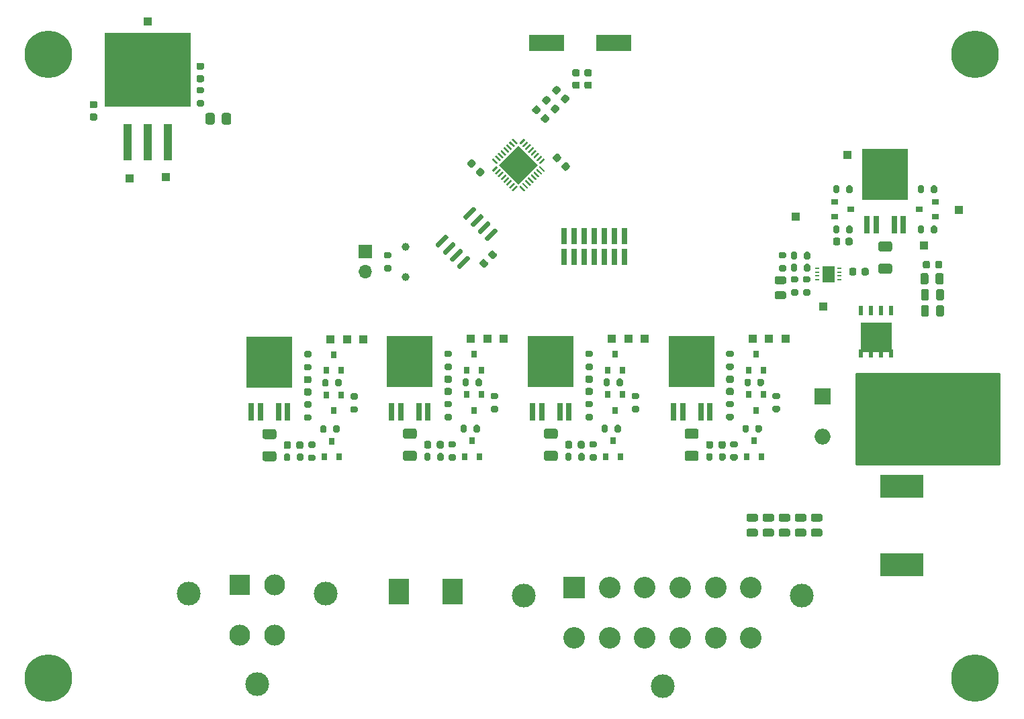
<source format=gts>
%TF.GenerationSoftware,KiCad,Pcbnew,(5.1.9-0-10_14)*%
%TF.CreationDate,2021-08-31T12:07:11+08:00*%
%TF.ProjectId,pdm,70646d2e-6b69-4636-9164-5f7063625858,rev?*%
%TF.SameCoordinates,Original*%
%TF.FileFunction,Soldermask,Top*%
%TF.FilePolarity,Negative*%
%FSLAX46Y46*%
G04 Gerber Fmt 4.6, Leading zero omitted, Abs format (unit mm)*
G04 Created by KiCad (PCBNEW (5.1.9-0-10_14)) date 2021-08-31 12:07:11*
%MOMM*%
%LPD*%
G01*
G04 APERTURE LIST*
%ADD10C,0.100000*%
%ADD11R,5.400000X2.900000*%
%ADD12R,0.750000X2.100000*%
%ADD13R,1.000000X1.000000*%
%ADD14O,3.500000X3.500000*%
%ADD15R,2.000000X2.000000*%
%ADD16O,2.000000X2.000000*%
%ADD17C,1.000000*%
%ADD18R,3.910000X3.810000*%
%ADD19R,0.610000X1.020000*%
%ADD20R,0.610000X1.270000*%
%ADD21R,2.500000X3.300000*%
%ADD22O,1.700000X1.700000*%
%ADD23R,1.700000X1.700000*%
%ADD24R,0.800000X2.200000*%
%ADD25R,5.800000X6.400000*%
%ADD26R,0.900000X0.800000*%
%ADD27R,0.600000X0.250000*%
%ADD28R,1.600000X2.000000*%
%ADD29R,1.100000X4.600000*%
%ADD30R,10.800000X9.400000*%
%ADD31R,0.800000X0.900000*%
%ADD32R,4.500000X2.000000*%
%ADD33C,2.715000*%
%ADD34C,2.990000*%
%ADD35R,2.715000X2.715000*%
%ADD36C,0.800000*%
%ADD37C,6.000000*%
%ADD38C,2.640000*%
%ADD39R,2.640000X2.640000*%
%ADD40C,0.254000*%
G04 APERTURE END LIST*
D10*
%TO.C,U3*%
G36*
X169926000Y-66394482D02*
G01*
X172365518Y-68834000D01*
X169926000Y-71273518D01*
X167486482Y-68834000D01*
X169926000Y-66394482D01*
G37*
G36*
G01*
X172710233Y-68966583D02*
X173240563Y-69496913D01*
G75*
G02*
X173240563Y-69585301I-44194J-44194D01*
G01*
X173152175Y-69673689D01*
G75*
G02*
X173063787Y-69673689I-44194J44194D01*
G01*
X172533457Y-69143359D01*
G75*
G02*
X172533457Y-69054971I44194J44194D01*
G01*
X172621845Y-68966583D01*
G75*
G02*
X172710233Y-68966583I44194J-44194D01*
G01*
G37*
G36*
G01*
X172356679Y-69320136D02*
X172887009Y-69850466D01*
G75*
G02*
X172887009Y-69938854I-44194J-44194D01*
G01*
X172798621Y-70027242D01*
G75*
G02*
X172710233Y-70027242I-44194J44194D01*
G01*
X172179903Y-69496912D01*
G75*
G02*
X172179903Y-69408524I44194J44194D01*
G01*
X172268291Y-69320136D01*
G75*
G02*
X172356679Y-69320136I44194J-44194D01*
G01*
G37*
G36*
G01*
X172003126Y-69673690D02*
X172533456Y-70204020D01*
G75*
G02*
X172533456Y-70292408I-44194J-44194D01*
G01*
X172445068Y-70380796D01*
G75*
G02*
X172356680Y-70380796I-44194J44194D01*
G01*
X171826350Y-69850466D01*
G75*
G02*
X171826350Y-69762078I44194J44194D01*
G01*
X171914738Y-69673690D01*
G75*
G02*
X172003126Y-69673690I44194J-44194D01*
G01*
G37*
G36*
G01*
X171649572Y-70027243D02*
X172179902Y-70557573D01*
G75*
G02*
X172179902Y-70645961I-44194J-44194D01*
G01*
X172091514Y-70734349D01*
G75*
G02*
X172003126Y-70734349I-44194J44194D01*
G01*
X171472796Y-70204019D01*
G75*
G02*
X171472796Y-70115631I44194J44194D01*
G01*
X171561184Y-70027243D01*
G75*
G02*
X171649572Y-70027243I44194J-44194D01*
G01*
G37*
G36*
G01*
X171296019Y-70380796D02*
X171826349Y-70911126D01*
G75*
G02*
X171826349Y-70999514I-44194J-44194D01*
G01*
X171737961Y-71087902D01*
G75*
G02*
X171649573Y-71087902I-44194J44194D01*
G01*
X171119243Y-70557572D01*
G75*
G02*
X171119243Y-70469184I44194J44194D01*
G01*
X171207631Y-70380796D01*
G75*
G02*
X171296019Y-70380796I44194J-44194D01*
G01*
G37*
G36*
G01*
X170942466Y-70734350D02*
X171472796Y-71264680D01*
G75*
G02*
X171472796Y-71353068I-44194J-44194D01*
G01*
X171384408Y-71441456D01*
G75*
G02*
X171296020Y-71441456I-44194J44194D01*
G01*
X170765690Y-70911126D01*
G75*
G02*
X170765690Y-70822738I44194J44194D01*
G01*
X170854078Y-70734350D01*
G75*
G02*
X170942466Y-70734350I44194J-44194D01*
G01*
G37*
G36*
G01*
X170588912Y-71087903D02*
X171119242Y-71618233D01*
G75*
G02*
X171119242Y-71706621I-44194J-44194D01*
G01*
X171030854Y-71795009D01*
G75*
G02*
X170942466Y-71795009I-44194J44194D01*
G01*
X170412136Y-71264679D01*
G75*
G02*
X170412136Y-71176291I44194J44194D01*
G01*
X170500524Y-71087903D01*
G75*
G02*
X170588912Y-71087903I44194J-44194D01*
G01*
G37*
G36*
G01*
X170235359Y-71441457D02*
X170765689Y-71971787D01*
G75*
G02*
X170765689Y-72060175I-44194J-44194D01*
G01*
X170677301Y-72148563D01*
G75*
G02*
X170588913Y-72148563I-44194J44194D01*
G01*
X170058583Y-71618233D01*
G75*
G02*
X170058583Y-71529845I44194J44194D01*
G01*
X170146971Y-71441457D01*
G75*
G02*
X170235359Y-71441457I44194J-44194D01*
G01*
G37*
G36*
G01*
X169705029Y-71441457D02*
X169793417Y-71529845D01*
G75*
G02*
X169793417Y-71618233I-44194J-44194D01*
G01*
X169263087Y-72148563D01*
G75*
G02*
X169174699Y-72148563I-44194J44194D01*
G01*
X169086311Y-72060175D01*
G75*
G02*
X169086311Y-71971787I44194J44194D01*
G01*
X169616641Y-71441457D01*
G75*
G02*
X169705029Y-71441457I44194J-44194D01*
G01*
G37*
G36*
G01*
X169351476Y-71087903D02*
X169439864Y-71176291D01*
G75*
G02*
X169439864Y-71264679I-44194J-44194D01*
G01*
X168909534Y-71795009D01*
G75*
G02*
X168821146Y-71795009I-44194J44194D01*
G01*
X168732758Y-71706621D01*
G75*
G02*
X168732758Y-71618233I44194J44194D01*
G01*
X169263088Y-71087903D01*
G75*
G02*
X169351476Y-71087903I44194J-44194D01*
G01*
G37*
G36*
G01*
X168997922Y-70734350D02*
X169086310Y-70822738D01*
G75*
G02*
X169086310Y-70911126I-44194J-44194D01*
G01*
X168555980Y-71441456D01*
G75*
G02*
X168467592Y-71441456I-44194J44194D01*
G01*
X168379204Y-71353068D01*
G75*
G02*
X168379204Y-71264680I44194J44194D01*
G01*
X168909534Y-70734350D01*
G75*
G02*
X168997922Y-70734350I44194J-44194D01*
G01*
G37*
G36*
G01*
X168644369Y-70380796D02*
X168732757Y-70469184D01*
G75*
G02*
X168732757Y-70557572I-44194J-44194D01*
G01*
X168202427Y-71087902D01*
G75*
G02*
X168114039Y-71087902I-44194J44194D01*
G01*
X168025651Y-70999514D01*
G75*
G02*
X168025651Y-70911126I44194J44194D01*
G01*
X168555981Y-70380796D01*
G75*
G02*
X168644369Y-70380796I44194J-44194D01*
G01*
G37*
G36*
G01*
X168290816Y-70027243D02*
X168379204Y-70115631D01*
G75*
G02*
X168379204Y-70204019I-44194J-44194D01*
G01*
X167848874Y-70734349D01*
G75*
G02*
X167760486Y-70734349I-44194J44194D01*
G01*
X167672098Y-70645961D01*
G75*
G02*
X167672098Y-70557573I44194J44194D01*
G01*
X168202428Y-70027243D01*
G75*
G02*
X168290816Y-70027243I44194J-44194D01*
G01*
G37*
G36*
G01*
X167937262Y-69673690D02*
X168025650Y-69762078D01*
G75*
G02*
X168025650Y-69850466I-44194J-44194D01*
G01*
X167495320Y-70380796D01*
G75*
G02*
X167406932Y-70380796I-44194J44194D01*
G01*
X167318544Y-70292408D01*
G75*
G02*
X167318544Y-70204020I44194J44194D01*
G01*
X167848874Y-69673690D01*
G75*
G02*
X167937262Y-69673690I44194J-44194D01*
G01*
G37*
G36*
G01*
X167583709Y-69320136D02*
X167672097Y-69408524D01*
G75*
G02*
X167672097Y-69496912I-44194J-44194D01*
G01*
X167141767Y-70027242D01*
G75*
G02*
X167053379Y-70027242I-44194J44194D01*
G01*
X166964991Y-69938854D01*
G75*
G02*
X166964991Y-69850466I44194J44194D01*
G01*
X167495321Y-69320136D01*
G75*
G02*
X167583709Y-69320136I44194J-44194D01*
G01*
G37*
G36*
G01*
X167230155Y-68966583D02*
X167318543Y-69054971D01*
G75*
G02*
X167318543Y-69143359I-44194J-44194D01*
G01*
X166788213Y-69673689D01*
G75*
G02*
X166699825Y-69673689I-44194J44194D01*
G01*
X166611437Y-69585301D01*
G75*
G02*
X166611437Y-69496913I44194J44194D01*
G01*
X167141767Y-68966583D01*
G75*
G02*
X167230155Y-68966583I44194J-44194D01*
G01*
G37*
G36*
G01*
X166788213Y-67994311D02*
X167318543Y-68524641D01*
G75*
G02*
X167318543Y-68613029I-44194J-44194D01*
G01*
X167230155Y-68701417D01*
G75*
G02*
X167141767Y-68701417I-44194J44194D01*
G01*
X166611437Y-68171087D01*
G75*
G02*
X166611437Y-68082699I44194J44194D01*
G01*
X166699825Y-67994311D01*
G75*
G02*
X166788213Y-67994311I44194J-44194D01*
G01*
G37*
G36*
G01*
X167141767Y-67640758D02*
X167672097Y-68171088D01*
G75*
G02*
X167672097Y-68259476I-44194J-44194D01*
G01*
X167583709Y-68347864D01*
G75*
G02*
X167495321Y-68347864I-44194J44194D01*
G01*
X166964991Y-67817534D01*
G75*
G02*
X166964991Y-67729146I44194J44194D01*
G01*
X167053379Y-67640758D01*
G75*
G02*
X167141767Y-67640758I44194J-44194D01*
G01*
G37*
G36*
G01*
X167495320Y-67287204D02*
X168025650Y-67817534D01*
G75*
G02*
X168025650Y-67905922I-44194J-44194D01*
G01*
X167937262Y-67994310D01*
G75*
G02*
X167848874Y-67994310I-44194J44194D01*
G01*
X167318544Y-67463980D01*
G75*
G02*
X167318544Y-67375592I44194J44194D01*
G01*
X167406932Y-67287204D01*
G75*
G02*
X167495320Y-67287204I44194J-44194D01*
G01*
G37*
G36*
G01*
X167848874Y-66933651D02*
X168379204Y-67463981D01*
G75*
G02*
X168379204Y-67552369I-44194J-44194D01*
G01*
X168290816Y-67640757D01*
G75*
G02*
X168202428Y-67640757I-44194J44194D01*
G01*
X167672098Y-67110427D01*
G75*
G02*
X167672098Y-67022039I44194J44194D01*
G01*
X167760486Y-66933651D01*
G75*
G02*
X167848874Y-66933651I44194J-44194D01*
G01*
G37*
G36*
G01*
X168202427Y-66580098D02*
X168732757Y-67110428D01*
G75*
G02*
X168732757Y-67198816I-44194J-44194D01*
G01*
X168644369Y-67287204D01*
G75*
G02*
X168555981Y-67287204I-44194J44194D01*
G01*
X168025651Y-66756874D01*
G75*
G02*
X168025651Y-66668486I44194J44194D01*
G01*
X168114039Y-66580098D01*
G75*
G02*
X168202427Y-66580098I44194J-44194D01*
G01*
G37*
G36*
G01*
X168555980Y-66226544D02*
X169086310Y-66756874D01*
G75*
G02*
X169086310Y-66845262I-44194J-44194D01*
G01*
X168997922Y-66933650D01*
G75*
G02*
X168909534Y-66933650I-44194J44194D01*
G01*
X168379204Y-66403320D01*
G75*
G02*
X168379204Y-66314932I44194J44194D01*
G01*
X168467592Y-66226544D01*
G75*
G02*
X168555980Y-66226544I44194J-44194D01*
G01*
G37*
G36*
G01*
X168909534Y-65872991D02*
X169439864Y-66403321D01*
G75*
G02*
X169439864Y-66491709I-44194J-44194D01*
G01*
X169351476Y-66580097D01*
G75*
G02*
X169263088Y-66580097I-44194J44194D01*
G01*
X168732758Y-66049767D01*
G75*
G02*
X168732758Y-65961379I44194J44194D01*
G01*
X168821146Y-65872991D01*
G75*
G02*
X168909534Y-65872991I44194J-44194D01*
G01*
G37*
G36*
G01*
X169263087Y-65519437D02*
X169793417Y-66049767D01*
G75*
G02*
X169793417Y-66138155I-44194J-44194D01*
G01*
X169705029Y-66226543D01*
G75*
G02*
X169616641Y-66226543I-44194J44194D01*
G01*
X169086311Y-65696213D01*
G75*
G02*
X169086311Y-65607825I44194J44194D01*
G01*
X169174699Y-65519437D01*
G75*
G02*
X169263087Y-65519437I44194J-44194D01*
G01*
G37*
G36*
G01*
X170677301Y-65519437D02*
X170765689Y-65607825D01*
G75*
G02*
X170765689Y-65696213I-44194J-44194D01*
G01*
X170235359Y-66226543D01*
G75*
G02*
X170146971Y-66226543I-44194J44194D01*
G01*
X170058583Y-66138155D01*
G75*
G02*
X170058583Y-66049767I44194J44194D01*
G01*
X170588913Y-65519437D01*
G75*
G02*
X170677301Y-65519437I44194J-44194D01*
G01*
G37*
G36*
G01*
X171030854Y-65872991D02*
X171119242Y-65961379D01*
G75*
G02*
X171119242Y-66049767I-44194J-44194D01*
G01*
X170588912Y-66580097D01*
G75*
G02*
X170500524Y-66580097I-44194J44194D01*
G01*
X170412136Y-66491709D01*
G75*
G02*
X170412136Y-66403321I44194J44194D01*
G01*
X170942466Y-65872991D01*
G75*
G02*
X171030854Y-65872991I44194J-44194D01*
G01*
G37*
G36*
G01*
X171384408Y-66226544D02*
X171472796Y-66314932D01*
G75*
G02*
X171472796Y-66403320I-44194J-44194D01*
G01*
X170942466Y-66933650D01*
G75*
G02*
X170854078Y-66933650I-44194J44194D01*
G01*
X170765690Y-66845262D01*
G75*
G02*
X170765690Y-66756874I44194J44194D01*
G01*
X171296020Y-66226544D01*
G75*
G02*
X171384408Y-66226544I44194J-44194D01*
G01*
G37*
G36*
G01*
X171737961Y-66580098D02*
X171826349Y-66668486D01*
G75*
G02*
X171826349Y-66756874I-44194J-44194D01*
G01*
X171296019Y-67287204D01*
G75*
G02*
X171207631Y-67287204I-44194J44194D01*
G01*
X171119243Y-67198816D01*
G75*
G02*
X171119243Y-67110428I44194J44194D01*
G01*
X171649573Y-66580098D01*
G75*
G02*
X171737961Y-66580098I44194J-44194D01*
G01*
G37*
G36*
G01*
X172091514Y-66933651D02*
X172179902Y-67022039D01*
G75*
G02*
X172179902Y-67110427I-44194J-44194D01*
G01*
X171649572Y-67640757D01*
G75*
G02*
X171561184Y-67640757I-44194J44194D01*
G01*
X171472796Y-67552369D01*
G75*
G02*
X171472796Y-67463981I44194J44194D01*
G01*
X172003126Y-66933651D01*
G75*
G02*
X172091514Y-66933651I44194J-44194D01*
G01*
G37*
G36*
G01*
X172445068Y-67287204D02*
X172533456Y-67375592D01*
G75*
G02*
X172533456Y-67463980I-44194J-44194D01*
G01*
X172003126Y-67994310D01*
G75*
G02*
X171914738Y-67994310I-44194J44194D01*
G01*
X171826350Y-67905922D01*
G75*
G02*
X171826350Y-67817534I44194J44194D01*
G01*
X172356680Y-67287204D01*
G75*
G02*
X172445068Y-67287204I44194J-44194D01*
G01*
G37*
G36*
G01*
X172798621Y-67640758D02*
X172887009Y-67729146D01*
G75*
G02*
X172887009Y-67817534I-44194J-44194D01*
G01*
X172356679Y-68347864D01*
G75*
G02*
X172268291Y-68347864I-44194J44194D01*
G01*
X172179903Y-68259476D01*
G75*
G02*
X172179903Y-68171088I44194J44194D01*
G01*
X172710233Y-67640758D01*
G75*
G02*
X172798621Y-67640758I44194J-44194D01*
G01*
G37*
G36*
G01*
X173152175Y-67994311D02*
X173240563Y-68082699D01*
G75*
G02*
X173240563Y-68171087I-44194J-44194D01*
G01*
X172710233Y-68701417D01*
G75*
G02*
X172621845Y-68701417I-44194J44194D01*
G01*
X172533457Y-68613029D01*
G75*
G02*
X172533457Y-68524641I44194J44194D01*
G01*
X173063787Y-67994311D01*
G75*
G02*
X173152175Y-67994311I44194J-44194D01*
G01*
G37*
%TD*%
D11*
%TO.C,L1*%
X218216000Y-119250000D03*
X218216000Y-109350000D03*
%TD*%
%TO.C,C9*%
G36*
G01*
X132517000Y-63467000D02*
X132517000Y-62517000D01*
G75*
G02*
X132767000Y-62267000I250000J0D01*
G01*
X133442000Y-62267000D01*
G75*
G02*
X133692000Y-62517000I0J-250000D01*
G01*
X133692000Y-63467000D01*
G75*
G02*
X133442000Y-63717000I-250000J0D01*
G01*
X132767000Y-63717000D01*
G75*
G02*
X132517000Y-63467000I0J250000D01*
G01*
G37*
G36*
G01*
X130442000Y-63467000D02*
X130442000Y-62517000D01*
G75*
G02*
X130692000Y-62267000I250000J0D01*
G01*
X131367000Y-62267000D01*
G75*
G02*
X131617000Y-62517000I0J-250000D01*
G01*
X131617000Y-63467000D01*
G75*
G02*
X131367000Y-63717000I-250000J0D01*
G01*
X130692000Y-63717000D01*
G75*
G02*
X130442000Y-63467000I0J250000D01*
G01*
G37*
%TD*%
D12*
%TO.C,U9*%
X175641000Y-80456000D03*
X175641000Y-77786000D03*
X176911000Y-80456000D03*
X176911000Y-77786000D03*
X178181000Y-80456000D03*
X178181000Y-77786000D03*
X179451000Y-80456000D03*
X179451000Y-77786000D03*
X180721000Y-80456000D03*
X180721000Y-77786000D03*
X181991000Y-80456000D03*
X181991000Y-77786000D03*
X183261000Y-80456000D03*
X183261000Y-77786000D03*
%TD*%
D13*
%TO.C,TP20*%
X123190000Y-50673000D03*
%TD*%
%TO.C,TP2*%
X125476000Y-70358000D03*
%TD*%
%TO.C,TP1*%
X120904000Y-70485000D03*
%TD*%
%TO.C,TP19*%
X204851000Y-75374500D03*
%TD*%
%TO.C,TP18*%
X208343500Y-86677500D03*
%TD*%
%TO.C,TP17*%
X221043500Y-78994000D03*
%TD*%
%TO.C,TP16*%
X225425000Y-74485500D03*
%TD*%
%TO.C,TP15*%
X211391500Y-67564000D03*
%TD*%
%TO.C,TP14*%
X199420000Y-90761000D03*
%TD*%
%TO.C,TP13*%
X203611000Y-90761000D03*
%TD*%
%TO.C,TP12*%
X201515500Y-90761000D03*
%TD*%
%TO.C,TP11*%
X163877000Y-90751000D03*
%TD*%
%TO.C,TP10*%
X168068000Y-90751000D03*
%TD*%
%TO.C,TP9*%
X165972500Y-90751000D03*
%TD*%
%TO.C,TP8*%
X146177000Y-90805000D03*
%TD*%
%TO.C,TP7*%
X150368000Y-90805000D03*
%TD*%
%TO.C,TP6*%
X148272500Y-90805000D03*
%TD*%
%TO.C,TP5*%
X181655280Y-90752159D03*
%TD*%
%TO.C,TP4*%
X185846280Y-90752159D03*
%TD*%
%TO.C,TP3*%
X183750780Y-90752159D03*
%TD*%
%TO.C,C10*%
G36*
G01*
X175206967Y-59537413D02*
X174853413Y-59890967D01*
G75*
G02*
X174535215Y-59890967I-159099J159099D01*
G01*
X174217017Y-59572769D01*
G75*
G02*
X174217017Y-59254571I159099J159099D01*
G01*
X174570571Y-58901017D01*
G75*
G02*
X174888769Y-58901017I159099J-159099D01*
G01*
X175206967Y-59219215D01*
G75*
G02*
X175206967Y-59537413I-159099J-159099D01*
G01*
G37*
G36*
G01*
X176302983Y-60633429D02*
X175949429Y-60986983D01*
G75*
G02*
X175631231Y-60986983I-159099J159099D01*
G01*
X175313033Y-60668785D01*
G75*
G02*
X175313033Y-60350587I159099J159099D01*
G01*
X175666587Y-59997033D01*
G75*
G02*
X175984785Y-59997033I159099J-159099D01*
G01*
X176302983Y-60315231D01*
G75*
G02*
X176302983Y-60633429I-159099J-159099D01*
G01*
G37*
%TD*%
D14*
%TO.C,D6*%
X224940000Y-100584000D03*
D15*
X208280000Y-98044000D03*
D16*
X208280000Y-103124000D03*
%TD*%
%TO.C,C26*%
G36*
G01*
X203929000Y-113850000D02*
X202979000Y-113850000D01*
G75*
G02*
X202729000Y-113600000I0J250000D01*
G01*
X202729000Y-113100000D01*
G75*
G02*
X202979000Y-112850000I250000J0D01*
G01*
X203929000Y-112850000D01*
G75*
G02*
X204179000Y-113100000I0J-250000D01*
G01*
X204179000Y-113600000D01*
G75*
G02*
X203929000Y-113850000I-250000J0D01*
G01*
G37*
G36*
G01*
X203929000Y-115750000D02*
X202979000Y-115750000D01*
G75*
G02*
X202729000Y-115500000I0J250000D01*
G01*
X202729000Y-115000000D01*
G75*
G02*
X202979000Y-114750000I250000J0D01*
G01*
X203929000Y-114750000D01*
G75*
G02*
X204179000Y-115000000I0J-250000D01*
G01*
X204179000Y-115500000D01*
G75*
G02*
X203929000Y-115750000I-250000J0D01*
G01*
G37*
%TD*%
%TO.C,C25*%
G36*
G01*
X205961000Y-113850000D02*
X205011000Y-113850000D01*
G75*
G02*
X204761000Y-113600000I0J250000D01*
G01*
X204761000Y-113100000D01*
G75*
G02*
X205011000Y-112850000I250000J0D01*
G01*
X205961000Y-112850000D01*
G75*
G02*
X206211000Y-113100000I0J-250000D01*
G01*
X206211000Y-113600000D01*
G75*
G02*
X205961000Y-113850000I-250000J0D01*
G01*
G37*
G36*
G01*
X205961000Y-115750000D02*
X205011000Y-115750000D01*
G75*
G02*
X204761000Y-115500000I0J250000D01*
G01*
X204761000Y-115000000D01*
G75*
G02*
X205011000Y-114750000I250000J0D01*
G01*
X205961000Y-114750000D01*
G75*
G02*
X206211000Y-115000000I0J-250000D01*
G01*
X206211000Y-115500000D01*
G75*
G02*
X205961000Y-115750000I-250000J0D01*
G01*
G37*
%TD*%
%TO.C,C22*%
G36*
G01*
X199865000Y-113850000D02*
X198915000Y-113850000D01*
G75*
G02*
X198665000Y-113600000I0J250000D01*
G01*
X198665000Y-113100000D01*
G75*
G02*
X198915000Y-112850000I250000J0D01*
G01*
X199865000Y-112850000D01*
G75*
G02*
X200115000Y-113100000I0J-250000D01*
G01*
X200115000Y-113600000D01*
G75*
G02*
X199865000Y-113850000I-250000J0D01*
G01*
G37*
G36*
G01*
X199865000Y-115750000D02*
X198915000Y-115750000D01*
G75*
G02*
X198665000Y-115500000I0J250000D01*
G01*
X198665000Y-115000000D01*
G75*
G02*
X198915000Y-114750000I250000J0D01*
G01*
X199865000Y-114750000D01*
G75*
G02*
X200115000Y-115000000I0J-250000D01*
G01*
X200115000Y-115500000D01*
G75*
G02*
X199865000Y-115750000I-250000J0D01*
G01*
G37*
%TD*%
%TO.C,C21*%
G36*
G01*
X201897000Y-113850000D02*
X200947000Y-113850000D01*
G75*
G02*
X200697000Y-113600000I0J250000D01*
G01*
X200697000Y-113100000D01*
G75*
G02*
X200947000Y-112850000I250000J0D01*
G01*
X201897000Y-112850000D01*
G75*
G02*
X202147000Y-113100000I0J-250000D01*
G01*
X202147000Y-113600000D01*
G75*
G02*
X201897000Y-113850000I-250000J0D01*
G01*
G37*
G36*
G01*
X201897000Y-115750000D02*
X200947000Y-115750000D01*
G75*
G02*
X200697000Y-115500000I0J250000D01*
G01*
X200697000Y-115000000D01*
G75*
G02*
X200947000Y-114750000I250000J0D01*
G01*
X201897000Y-114750000D01*
G75*
G02*
X202147000Y-115000000I0J-250000D01*
G01*
X202147000Y-115500000D01*
G75*
G02*
X201897000Y-115750000I-250000J0D01*
G01*
G37*
%TD*%
%TO.C,C20*%
G36*
G01*
X203421000Y-83878000D02*
X202471000Y-83878000D01*
G75*
G02*
X202221000Y-83628000I0J250000D01*
G01*
X202221000Y-83128000D01*
G75*
G02*
X202471000Y-82878000I250000J0D01*
G01*
X203421000Y-82878000D01*
G75*
G02*
X203671000Y-83128000I0J-250000D01*
G01*
X203671000Y-83628000D01*
G75*
G02*
X203421000Y-83878000I-250000J0D01*
G01*
G37*
G36*
G01*
X203421000Y-85778000D02*
X202471000Y-85778000D01*
G75*
G02*
X202221000Y-85528000I0J250000D01*
G01*
X202221000Y-85028000D01*
G75*
G02*
X202471000Y-84778000I250000J0D01*
G01*
X203421000Y-84778000D01*
G75*
G02*
X203671000Y-85028000I0J-250000D01*
G01*
X203671000Y-85528000D01*
G75*
G02*
X203421000Y-85778000I-250000J0D01*
G01*
G37*
%TD*%
D17*
%TO.C,CANH_TP1*%
X155702000Y-79121000D03*
%TD*%
%TO.C,C8*%
G36*
G01*
X172666967Y-62015782D02*
X172313413Y-62369336D01*
G75*
G02*
X171995215Y-62369336I-159099J159099D01*
G01*
X171677017Y-62051138D01*
G75*
G02*
X171677017Y-61732940I159099J159099D01*
G01*
X172030571Y-61379386D01*
G75*
G02*
X172348769Y-61379386I159099J-159099D01*
G01*
X172666967Y-61697584D01*
G75*
G02*
X172666967Y-62015782I-159099J-159099D01*
G01*
G37*
G36*
G01*
X173762983Y-63111798D02*
X173409429Y-63465352D01*
G75*
G02*
X173091231Y-63465352I-159099J159099D01*
G01*
X172773033Y-63147154D01*
G75*
G02*
X172773033Y-62828956I159099J159099D01*
G01*
X173126587Y-62475402D01*
G75*
G02*
X173444785Y-62475402I159099J-159099D01*
G01*
X173762983Y-62793600D01*
G75*
G02*
X173762983Y-63111798I-159099J-159099D01*
G01*
G37*
%TD*%
%TO.C,C7*%
G36*
G01*
X173936967Y-60807413D02*
X173583413Y-61160967D01*
G75*
G02*
X173265215Y-61160967I-159099J159099D01*
G01*
X172947017Y-60842769D01*
G75*
G02*
X172947017Y-60524571I159099J159099D01*
G01*
X173300571Y-60171017D01*
G75*
G02*
X173618769Y-60171017I159099J-159099D01*
G01*
X173936967Y-60489215D01*
G75*
G02*
X173936967Y-60807413I-159099J-159099D01*
G01*
G37*
G36*
G01*
X175032983Y-61903429D02*
X174679429Y-62256983D01*
G75*
G02*
X174361231Y-62256983I-159099J159099D01*
G01*
X174043033Y-61938785D01*
G75*
G02*
X174043033Y-61620587I159099J159099D01*
G01*
X174396587Y-61267033D01*
G75*
G02*
X174714785Y-61267033I159099J-159099D01*
G01*
X175032983Y-61585231D01*
G75*
G02*
X175032983Y-61903429I-159099J-159099D01*
G01*
G37*
%TD*%
%TO.C,C5*%
G36*
G01*
X175367187Y-68881377D02*
X175720741Y-68527823D01*
G75*
G02*
X176038939Y-68527823I159099J-159099D01*
G01*
X176357137Y-68846021D01*
G75*
G02*
X176357137Y-69164219I-159099J-159099D01*
G01*
X176003583Y-69517773D01*
G75*
G02*
X175685385Y-69517773I-159099J159099D01*
G01*
X175367187Y-69199575D01*
G75*
G02*
X175367187Y-68881377I159099J159099D01*
G01*
G37*
G36*
G01*
X174271171Y-67785361D02*
X174624725Y-67431807D01*
G75*
G02*
X174942923Y-67431807I159099J-159099D01*
G01*
X175261121Y-67750005D01*
G75*
G02*
X175261121Y-68068203I-159099J-159099D01*
G01*
X174907567Y-68421757D01*
G75*
G02*
X174589369Y-68421757I-159099J159099D01*
G01*
X174271171Y-68103559D01*
G75*
G02*
X174271171Y-67785361I159099J159099D01*
G01*
G37*
%TD*%
%TO.C,C4*%
G36*
G01*
X164484813Y-68786623D02*
X164131259Y-69140177D01*
G75*
G02*
X163813061Y-69140177I-159099J159099D01*
G01*
X163494863Y-68821979D01*
G75*
G02*
X163494863Y-68503781I159099J159099D01*
G01*
X163848417Y-68150227D01*
G75*
G02*
X164166615Y-68150227I159099J-159099D01*
G01*
X164484813Y-68468425D01*
G75*
G02*
X164484813Y-68786623I-159099J-159099D01*
G01*
G37*
G36*
G01*
X165580829Y-69882639D02*
X165227275Y-70236193D01*
G75*
G02*
X164909077Y-70236193I-159099J159099D01*
G01*
X164590879Y-69917995D01*
G75*
G02*
X164590879Y-69599797I159099J159099D01*
G01*
X164944433Y-69246243D01*
G75*
G02*
X165262631Y-69246243I159099J-159099D01*
G01*
X165580829Y-69564441D01*
G75*
G02*
X165580829Y-69882639I-159099J-159099D01*
G01*
G37*
%TD*%
%TO.C,C23*%
G36*
G01*
X207993000Y-113850000D02*
X207043000Y-113850000D01*
G75*
G02*
X206793000Y-113600000I0J250000D01*
G01*
X206793000Y-113100000D01*
G75*
G02*
X207043000Y-112850000I250000J0D01*
G01*
X207993000Y-112850000D01*
G75*
G02*
X208243000Y-113100000I0J-250000D01*
G01*
X208243000Y-113600000D01*
G75*
G02*
X207993000Y-113850000I-250000J0D01*
G01*
G37*
G36*
G01*
X207993000Y-115750000D02*
X207043000Y-115750000D01*
G75*
G02*
X206793000Y-115500000I0J250000D01*
G01*
X206793000Y-115000000D01*
G75*
G02*
X207043000Y-114750000I250000J0D01*
G01*
X207993000Y-114750000D01*
G75*
G02*
X208243000Y-115000000I0J-250000D01*
G01*
X208243000Y-115500000D01*
G75*
G02*
X207993000Y-115750000I-250000J0D01*
G01*
G37*
%TD*%
%TO.C,C18*%
G36*
G01*
X221673000Y-84742000D02*
X221673000Y-85692000D01*
G75*
G02*
X221423000Y-85942000I-250000J0D01*
G01*
X220923000Y-85942000D01*
G75*
G02*
X220673000Y-85692000I0J250000D01*
G01*
X220673000Y-84742000D01*
G75*
G02*
X220923000Y-84492000I250000J0D01*
G01*
X221423000Y-84492000D01*
G75*
G02*
X221673000Y-84742000I0J-250000D01*
G01*
G37*
G36*
G01*
X223573000Y-84742000D02*
X223573000Y-85692000D01*
G75*
G02*
X223323000Y-85942000I-250000J0D01*
G01*
X222823000Y-85942000D01*
G75*
G02*
X222573000Y-85692000I0J250000D01*
G01*
X222573000Y-84742000D01*
G75*
G02*
X222823000Y-84492000I250000J0D01*
G01*
X223323000Y-84492000D01*
G75*
G02*
X223573000Y-84742000I0J-250000D01*
G01*
G37*
%TD*%
%TO.C,C16*%
G36*
G01*
X221606999Y-82710000D02*
X221606999Y-83660000D01*
G75*
G02*
X221356999Y-83910000I-250000J0D01*
G01*
X220856999Y-83910000D01*
G75*
G02*
X220606999Y-83660000I0J250000D01*
G01*
X220606999Y-82710000D01*
G75*
G02*
X220856999Y-82460000I250000J0D01*
G01*
X221356999Y-82460000D01*
G75*
G02*
X221606999Y-82710000I0J-250000D01*
G01*
G37*
G36*
G01*
X223506999Y-82710000D02*
X223506999Y-83660000D01*
G75*
G02*
X223256999Y-83910000I-250000J0D01*
G01*
X222756999Y-83910000D01*
G75*
G02*
X222506999Y-83660000I0J250000D01*
G01*
X222506999Y-82710000D01*
G75*
G02*
X222756999Y-82460000I250000J0D01*
G01*
X223256999Y-82460000D01*
G75*
G02*
X223506999Y-82710000I0J-250000D01*
G01*
G37*
%TD*%
%TO.C,C12*%
G36*
G01*
X221673000Y-86774000D02*
X221673000Y-87724000D01*
G75*
G02*
X221423000Y-87974000I-250000J0D01*
G01*
X220923000Y-87974000D01*
G75*
G02*
X220673000Y-87724000I0J250000D01*
G01*
X220673000Y-86774000D01*
G75*
G02*
X220923000Y-86524000I250000J0D01*
G01*
X221423000Y-86524000D01*
G75*
G02*
X221673000Y-86774000I0J-250000D01*
G01*
G37*
G36*
G01*
X223573000Y-86774000D02*
X223573000Y-87724000D01*
G75*
G02*
X223323000Y-87974000I-250000J0D01*
G01*
X222823000Y-87974000D01*
G75*
G02*
X222573000Y-87724000I0J250000D01*
G01*
X222573000Y-86774000D01*
G75*
G02*
X222823000Y-86524000I250000J0D01*
G01*
X223323000Y-86524000D01*
G75*
G02*
X223573000Y-86774000I0J-250000D01*
G01*
G37*
%TD*%
D18*
%TO.C,Q15*%
X215011000Y-90551000D03*
D19*
X216916000Y-92656000D03*
X215646000Y-92656000D03*
X214376000Y-92656000D03*
X213106000Y-92656000D03*
D20*
X213106000Y-87191000D03*
X214376000Y-87191000D03*
X215646000Y-87191000D03*
X216916000Y-87191000D03*
%TD*%
D21*
%TO.C,D2*%
X161642000Y-122682000D03*
X154842000Y-122682000D03*
%TD*%
D22*
%TO.C,J3*%
X150622000Y-82296000D03*
D23*
X150622000Y-79756000D03*
%TD*%
D24*
%TO.C,U7*%
X213874000Y-76336000D03*
X215014000Y-76336000D03*
X217294000Y-76336000D03*
X218434000Y-76336000D03*
D25*
X216154000Y-70036000D03*
%TD*%
%TO.C,R31*%
G36*
G01*
X221063000Y-76687000D02*
X221063000Y-77237000D01*
G75*
G02*
X220863000Y-77437000I-200000J0D01*
G01*
X220463000Y-77437000D01*
G75*
G02*
X220263000Y-77237000I0J200000D01*
G01*
X220263000Y-76687000D01*
G75*
G02*
X220463000Y-76487000I200000J0D01*
G01*
X220863000Y-76487000D01*
G75*
G02*
X221063000Y-76687000I0J-200000D01*
G01*
G37*
G36*
G01*
X222713000Y-76687000D02*
X222713000Y-77237000D01*
G75*
G02*
X222513000Y-77437000I-200000J0D01*
G01*
X222113000Y-77437000D01*
G75*
G02*
X221913000Y-77237000I0J200000D01*
G01*
X221913000Y-76687000D01*
G75*
G02*
X222113000Y-76487000I200000J0D01*
G01*
X222513000Y-76487000D01*
G75*
G02*
X222713000Y-76687000I0J-200000D01*
G01*
G37*
%TD*%
%TO.C,R30*%
G36*
G01*
X221913000Y-72157000D02*
X221913000Y-71607000D01*
G75*
G02*
X222113000Y-71407000I200000J0D01*
G01*
X222513000Y-71407000D01*
G75*
G02*
X222713000Y-71607000I0J-200000D01*
G01*
X222713000Y-72157000D01*
G75*
G02*
X222513000Y-72357000I-200000J0D01*
G01*
X222113000Y-72357000D01*
G75*
G02*
X221913000Y-72157000I0J200000D01*
G01*
G37*
G36*
G01*
X220263000Y-72157000D02*
X220263000Y-71607000D01*
G75*
G02*
X220463000Y-71407000I200000J0D01*
G01*
X220863000Y-71407000D01*
G75*
G02*
X221063000Y-71607000I0J-200000D01*
G01*
X221063000Y-72157000D01*
G75*
G02*
X220863000Y-72357000I-200000J0D01*
G01*
X220463000Y-72357000D01*
G75*
G02*
X220263000Y-72157000I0J200000D01*
G01*
G37*
%TD*%
%TO.C,R9*%
G36*
G01*
X210395000Y-76687000D02*
X210395000Y-77237000D01*
G75*
G02*
X210195000Y-77437000I-200000J0D01*
G01*
X209795000Y-77437000D01*
G75*
G02*
X209595000Y-77237000I0J200000D01*
G01*
X209595000Y-76687000D01*
G75*
G02*
X209795000Y-76487000I200000J0D01*
G01*
X210195000Y-76487000D01*
G75*
G02*
X210395000Y-76687000I0J-200000D01*
G01*
G37*
G36*
G01*
X212045000Y-76687000D02*
X212045000Y-77237000D01*
G75*
G02*
X211845000Y-77437000I-200000J0D01*
G01*
X211445000Y-77437000D01*
G75*
G02*
X211245000Y-77237000I0J200000D01*
G01*
X211245000Y-76687000D01*
G75*
G02*
X211445000Y-76487000I200000J0D01*
G01*
X211845000Y-76487000D01*
G75*
G02*
X212045000Y-76687000I0J-200000D01*
G01*
G37*
%TD*%
%TO.C,R8*%
G36*
G01*
X210395000Y-71606999D02*
X210395000Y-72156999D01*
G75*
G02*
X210195000Y-72356999I-200000J0D01*
G01*
X209795000Y-72356999D01*
G75*
G02*
X209595000Y-72156999I0J200000D01*
G01*
X209595000Y-71606999D01*
G75*
G02*
X209795000Y-71406999I200000J0D01*
G01*
X210195000Y-71406999D01*
G75*
G02*
X210395000Y-71606999I0J-200000D01*
G01*
G37*
G36*
G01*
X212045000Y-71606999D02*
X212045000Y-72156999D01*
G75*
G02*
X211845000Y-72356999I-200000J0D01*
G01*
X211445000Y-72356999D01*
G75*
G02*
X211245000Y-72156999I0J200000D01*
G01*
X211245000Y-71606999D01*
G75*
G02*
X211445000Y-71406999I200000J0D01*
G01*
X211845000Y-71406999D01*
G75*
G02*
X212045000Y-71606999I0J-200000D01*
G01*
G37*
%TD*%
D26*
%TO.C,Q11*%
X211820000Y-74422000D03*
X209820000Y-75372000D03*
X209820000Y-73472000D03*
%TD*%
%TO.C,Q10*%
X220488000Y-74422000D03*
X222488000Y-73472000D03*
X222488000Y-75372000D03*
%TD*%
%TO.C,C17*%
G36*
G01*
X210495000Y-78236001D02*
X210495000Y-78736001D01*
G75*
G02*
X210270000Y-78961001I-225000J0D01*
G01*
X209820000Y-78961001D01*
G75*
G02*
X209595000Y-78736001I0J225000D01*
G01*
X209595000Y-78236001D01*
G75*
G02*
X209820000Y-78011001I225000J0D01*
G01*
X210270000Y-78011001D01*
G75*
G02*
X210495000Y-78236001I0J-225000D01*
G01*
G37*
G36*
G01*
X212045000Y-78236001D02*
X212045000Y-78736001D01*
G75*
G02*
X211820000Y-78961001I-225000J0D01*
G01*
X211370000Y-78961001D01*
G75*
G02*
X211145000Y-78736001I0J225000D01*
G01*
X211145000Y-78236001D01*
G75*
G02*
X211370000Y-78011001I225000J0D01*
G01*
X211820000Y-78011001D01*
G75*
G02*
X212045000Y-78236001I0J-225000D01*
G01*
G37*
%TD*%
D27*
%TO.C,U8*%
X207584000Y-82842000D03*
X210384000Y-82342000D03*
X210384000Y-81842000D03*
D28*
X208984000Y-82592000D03*
D27*
X207584000Y-81842000D03*
X207584000Y-82342000D03*
X207584000Y-83342000D03*
X210384000Y-83342000D03*
X210384000Y-82842000D03*
%TD*%
%TO.C,R37*%
G36*
G01*
X202925000Y-81451000D02*
X203475000Y-81451000D01*
G75*
G02*
X203675000Y-81651000I0J-200000D01*
G01*
X203675000Y-82051000D01*
G75*
G02*
X203475000Y-82251000I-200000J0D01*
G01*
X202925000Y-82251000D01*
G75*
G02*
X202725000Y-82051000I0J200000D01*
G01*
X202725000Y-81651000D01*
G75*
G02*
X202925000Y-81451000I200000J0D01*
G01*
G37*
G36*
G01*
X202925000Y-79801000D02*
X203475000Y-79801000D01*
G75*
G02*
X203675000Y-80001000I0J-200000D01*
G01*
X203675000Y-80401000D01*
G75*
G02*
X203475000Y-80601000I-200000J0D01*
G01*
X202925000Y-80601000D01*
G75*
G02*
X202725000Y-80401000I0J200000D01*
G01*
X202725000Y-80001000D01*
G75*
G02*
X202925000Y-79801000I200000J0D01*
G01*
G37*
%TD*%
%TO.C,R36*%
G36*
G01*
X205973000Y-84499000D02*
X206523000Y-84499000D01*
G75*
G02*
X206723000Y-84699000I0J-200000D01*
G01*
X206723000Y-85099000D01*
G75*
G02*
X206523000Y-85299000I-200000J0D01*
G01*
X205973000Y-85299000D01*
G75*
G02*
X205773000Y-85099000I0J200000D01*
G01*
X205773000Y-84699000D01*
G75*
G02*
X205973000Y-84499000I200000J0D01*
G01*
G37*
G36*
G01*
X205973000Y-82849000D02*
X206523000Y-82849000D01*
G75*
G02*
X206723000Y-83049000I0J-200000D01*
G01*
X206723000Y-83449000D01*
G75*
G02*
X206523000Y-83649000I-200000J0D01*
G01*
X205973000Y-83649000D01*
G75*
G02*
X205773000Y-83449000I0J200000D01*
G01*
X205773000Y-83049000D01*
G75*
G02*
X205973000Y-82849000I200000J0D01*
G01*
G37*
%TD*%
%TO.C,R35*%
G36*
G01*
X204999000Y-83649000D02*
X204449000Y-83649000D01*
G75*
G02*
X204249000Y-83449000I0J200000D01*
G01*
X204249000Y-83049000D01*
G75*
G02*
X204449000Y-82849000I200000J0D01*
G01*
X204999000Y-82849000D01*
G75*
G02*
X205199000Y-83049000I0J-200000D01*
G01*
X205199000Y-83449000D01*
G75*
G02*
X204999000Y-83649000I-200000J0D01*
G01*
G37*
G36*
G01*
X204999000Y-85299000D02*
X204449000Y-85299000D01*
G75*
G02*
X204249000Y-85099000I0J200000D01*
G01*
X204249000Y-84699000D01*
G75*
G02*
X204449000Y-84499000I200000J0D01*
G01*
X204999000Y-84499000D01*
G75*
G02*
X205199000Y-84699000I0J-200000D01*
G01*
X205199000Y-85099000D01*
G75*
G02*
X204999000Y-85299000I-200000J0D01*
G01*
G37*
%TD*%
%TO.C,R33*%
G36*
G01*
X205061000Y-79989000D02*
X205061000Y-80539000D01*
G75*
G02*
X204861000Y-80739000I-200000J0D01*
G01*
X204461000Y-80739000D01*
G75*
G02*
X204261000Y-80539000I0J200000D01*
G01*
X204261000Y-79989000D01*
G75*
G02*
X204461000Y-79789000I200000J0D01*
G01*
X204861000Y-79789000D01*
G75*
G02*
X205061000Y-79989000I0J-200000D01*
G01*
G37*
G36*
G01*
X206711000Y-79989000D02*
X206711000Y-80539000D01*
G75*
G02*
X206511000Y-80739000I-200000J0D01*
G01*
X206111000Y-80739000D01*
G75*
G02*
X205911000Y-80539000I0J200000D01*
G01*
X205911000Y-79989000D01*
G75*
G02*
X206111000Y-79789000I200000J0D01*
G01*
X206511000Y-79789000D01*
G75*
G02*
X206711000Y-79989000I0J-200000D01*
G01*
G37*
%TD*%
%TO.C,R32*%
G36*
G01*
X205911000Y-82063000D02*
X205911000Y-81513000D01*
G75*
G02*
X206111000Y-81313000I200000J0D01*
G01*
X206511000Y-81313000D01*
G75*
G02*
X206711000Y-81513000I0J-200000D01*
G01*
X206711000Y-82063000D01*
G75*
G02*
X206511000Y-82263000I-200000J0D01*
G01*
X206111000Y-82263000D01*
G75*
G02*
X205911000Y-82063000I0J200000D01*
G01*
G37*
G36*
G01*
X204261000Y-82063000D02*
X204261000Y-81513000D01*
G75*
G02*
X204461000Y-81313000I200000J0D01*
G01*
X204861000Y-81313000D01*
G75*
G02*
X205061000Y-81513000I0J-200000D01*
G01*
X205061000Y-82063000D01*
G75*
G02*
X204861000Y-82263000I-200000J0D01*
G01*
X204461000Y-82263000D01*
G75*
G02*
X204261000Y-82063000I0J200000D01*
G01*
G37*
%TD*%
%TO.C,F4*%
G36*
G01*
X216779000Y-79743000D02*
X215529000Y-79743000D01*
G75*
G02*
X215279000Y-79493000I0J250000D01*
G01*
X215279000Y-78743000D01*
G75*
G02*
X215529000Y-78493000I250000J0D01*
G01*
X216779000Y-78493000D01*
G75*
G02*
X217029000Y-78743000I0J-250000D01*
G01*
X217029000Y-79493000D01*
G75*
G02*
X216779000Y-79743000I-250000J0D01*
G01*
G37*
G36*
G01*
X216779000Y-82543000D02*
X215529000Y-82543000D01*
G75*
G02*
X215279000Y-82293000I0J250000D01*
G01*
X215279000Y-81543000D01*
G75*
G02*
X215529000Y-81293000I250000J0D01*
G01*
X216779000Y-81293000D01*
G75*
G02*
X217029000Y-81543000I0J-250000D01*
G01*
X217029000Y-82293000D01*
G75*
G02*
X216779000Y-82543000I-250000J0D01*
G01*
G37*
%TD*%
%TO.C,C19*%
G36*
G01*
X221798000Y-81157000D02*
X221798000Y-81657000D01*
G75*
G02*
X221573000Y-81882000I-225000J0D01*
G01*
X221123000Y-81882000D01*
G75*
G02*
X220898000Y-81657000I0J225000D01*
G01*
X220898000Y-81157000D01*
G75*
G02*
X221123000Y-80932000I225000J0D01*
G01*
X221573000Y-80932000D01*
G75*
G02*
X221798000Y-81157000I0J-225000D01*
G01*
G37*
G36*
G01*
X223348000Y-81157000D02*
X223348000Y-81657000D01*
G75*
G02*
X223123000Y-81882000I-225000J0D01*
G01*
X222673000Y-81882000D01*
G75*
G02*
X222448000Y-81657000I0J225000D01*
G01*
X222448000Y-81157000D01*
G75*
G02*
X222673000Y-80932000I225000J0D01*
G01*
X223123000Y-80932000D01*
G75*
G02*
X223348000Y-81157000I0J-225000D01*
G01*
G37*
%TD*%
%TO.C,C14*%
G36*
G01*
X213177000Y-82545999D02*
X213177000Y-82045999D01*
G75*
G02*
X213402000Y-81820999I225000J0D01*
G01*
X213852000Y-81820999D01*
G75*
G02*
X214077000Y-82045999I0J-225000D01*
G01*
X214077000Y-82545999D01*
G75*
G02*
X213852000Y-82770999I-225000J0D01*
G01*
X213402000Y-82770999D01*
G75*
G02*
X213177000Y-82545999I0J225000D01*
G01*
G37*
G36*
G01*
X211627000Y-82545999D02*
X211627000Y-82045999D01*
G75*
G02*
X211852000Y-81820999I225000J0D01*
G01*
X212302000Y-81820999D01*
G75*
G02*
X212527000Y-82045999I0J-225000D01*
G01*
X212527000Y-82545999D01*
G75*
G02*
X212302000Y-82770999I-225000J0D01*
G01*
X211852000Y-82770999D01*
G75*
G02*
X211627000Y-82545999I0J225000D01*
G01*
G37*
%TD*%
D29*
%TO.C,U2*%
X120650000Y-65973000D03*
X123190000Y-65973000D03*
X125730000Y-65973000D03*
D30*
X123190000Y-56823000D03*
%TD*%
D24*
%TO.C,U10*%
X189473000Y-99968000D03*
X190613000Y-99968000D03*
X192893000Y-99968000D03*
X194033000Y-99968000D03*
D25*
X191753000Y-93668000D03*
%TD*%
D24*
%TO.C,U5*%
X136230000Y-100012000D03*
X137370000Y-100012000D03*
X139650000Y-100012000D03*
X140790000Y-100012000D03*
D25*
X138510000Y-93712000D03*
%TD*%
D24*
%TO.C,U4*%
X171708280Y-99959159D03*
X172848280Y-99959159D03*
X175128280Y-99959159D03*
X176268280Y-99959159D03*
D25*
X173988280Y-93659159D03*
%TD*%
%TO.C,R46*%
G36*
G01*
X199798000Y-102393000D02*
X199798000Y-101843000D01*
G75*
G02*
X199998000Y-101643000I200000J0D01*
G01*
X200398000Y-101643000D01*
G75*
G02*
X200598000Y-101843000I0J-200000D01*
G01*
X200598000Y-102393000D01*
G75*
G02*
X200398000Y-102593000I-200000J0D01*
G01*
X199998000Y-102593000D01*
G75*
G02*
X199798000Y-102393000I0J200000D01*
G01*
G37*
G36*
G01*
X198148000Y-102393000D02*
X198148000Y-101843000D01*
G75*
G02*
X198348000Y-101643000I200000J0D01*
G01*
X198748000Y-101643000D01*
G75*
G02*
X198948000Y-101843000I0J-200000D01*
G01*
X198948000Y-102393000D01*
G75*
G02*
X198748000Y-102593000I-200000J0D01*
G01*
X198348000Y-102593000D01*
G75*
G02*
X198148000Y-102393000I0J200000D01*
G01*
G37*
%TD*%
%TO.C,R45*%
G36*
G01*
X197362000Y-104487000D02*
X196812000Y-104487000D01*
G75*
G02*
X196612000Y-104287000I0J200000D01*
G01*
X196612000Y-103887000D01*
G75*
G02*
X196812000Y-103687000I200000J0D01*
G01*
X197362000Y-103687000D01*
G75*
G02*
X197562000Y-103887000I0J-200000D01*
G01*
X197562000Y-104287000D01*
G75*
G02*
X197362000Y-104487000I-200000J0D01*
G01*
G37*
G36*
G01*
X197362000Y-106137000D02*
X196812000Y-106137000D01*
G75*
G02*
X196612000Y-105937000I0J200000D01*
G01*
X196612000Y-105537000D01*
G75*
G02*
X196812000Y-105337000I200000J0D01*
G01*
X197362000Y-105337000D01*
G75*
G02*
X197562000Y-105537000I0J-200000D01*
G01*
X197562000Y-105937000D01*
G75*
G02*
X197362000Y-106137000I-200000J0D01*
G01*
G37*
%TD*%
%TO.C,R42*%
G36*
G01*
X202146000Y-99241000D02*
X202696000Y-99241000D01*
G75*
G02*
X202896000Y-99441000I0J-200000D01*
G01*
X202896000Y-99841000D01*
G75*
G02*
X202696000Y-100041000I-200000J0D01*
G01*
X202146000Y-100041000D01*
G75*
G02*
X201946000Y-99841000I0J200000D01*
G01*
X201946000Y-99441000D01*
G75*
G02*
X202146000Y-99241000I200000J0D01*
G01*
G37*
G36*
G01*
X202146000Y-97591000D02*
X202696000Y-97591000D01*
G75*
G02*
X202896000Y-97791000I0J-200000D01*
G01*
X202896000Y-98191000D01*
G75*
G02*
X202696000Y-98391000I-200000J0D01*
G01*
X202146000Y-98391000D01*
G75*
G02*
X201946000Y-98191000I0J200000D01*
G01*
X201946000Y-97791000D01*
G75*
G02*
X202146000Y-97591000I200000J0D01*
G01*
G37*
%TD*%
%TO.C,R41*%
G36*
G01*
X195226000Y-105949000D02*
X195226000Y-105399000D01*
G75*
G02*
X195426000Y-105199000I200000J0D01*
G01*
X195826000Y-105199000D01*
G75*
G02*
X196026000Y-105399000I0J-200000D01*
G01*
X196026000Y-105949000D01*
G75*
G02*
X195826000Y-106149000I-200000J0D01*
G01*
X195426000Y-106149000D01*
G75*
G02*
X195226000Y-105949000I0J200000D01*
G01*
G37*
G36*
G01*
X193576000Y-105949000D02*
X193576000Y-105399000D01*
G75*
G02*
X193776000Y-105199000I200000J0D01*
G01*
X194176000Y-105199000D01*
G75*
G02*
X194376000Y-105399000I0J-200000D01*
G01*
X194376000Y-105949000D01*
G75*
G02*
X194176000Y-106149000I-200000J0D01*
G01*
X193776000Y-106149000D01*
G75*
G02*
X193576000Y-105949000I0J200000D01*
G01*
G37*
%TD*%
%TO.C,R40*%
G36*
G01*
X196854000Y-99407000D02*
X196304000Y-99407000D01*
G75*
G02*
X196104000Y-99207000I0J200000D01*
G01*
X196104000Y-98807000D01*
G75*
G02*
X196304000Y-98607000I200000J0D01*
G01*
X196854000Y-98607000D01*
G75*
G02*
X197054000Y-98807000I0J-200000D01*
G01*
X197054000Y-99207000D01*
G75*
G02*
X196854000Y-99407000I-200000J0D01*
G01*
G37*
G36*
G01*
X196854000Y-101057000D02*
X196304000Y-101057000D01*
G75*
G02*
X196104000Y-100857000I0J200000D01*
G01*
X196104000Y-100457000D01*
G75*
G02*
X196304000Y-100257000I200000J0D01*
G01*
X196854000Y-100257000D01*
G75*
G02*
X197054000Y-100457000I0J-200000D01*
G01*
X197054000Y-100857000D01*
G75*
G02*
X196854000Y-101057000I-200000J0D01*
G01*
G37*
%TD*%
%TO.C,R39*%
G36*
G01*
X196304000Y-93907000D02*
X196854000Y-93907000D01*
G75*
G02*
X197054000Y-94107000I0J-200000D01*
G01*
X197054000Y-94507000D01*
G75*
G02*
X196854000Y-94707000I-200000J0D01*
G01*
X196304000Y-94707000D01*
G75*
G02*
X196104000Y-94507000I0J200000D01*
G01*
X196104000Y-94107000D01*
G75*
G02*
X196304000Y-93907000I200000J0D01*
G01*
G37*
G36*
G01*
X196304000Y-92257000D02*
X196854000Y-92257000D01*
G75*
G02*
X197054000Y-92457000I0J-200000D01*
G01*
X197054000Y-92857000D01*
G75*
G02*
X196854000Y-93057000I-200000J0D01*
G01*
X196304000Y-93057000D01*
G75*
G02*
X196104000Y-92857000I0J200000D01*
G01*
X196104000Y-92457000D01*
G75*
G02*
X196304000Y-92257000I200000J0D01*
G01*
G37*
%TD*%
%TO.C,R38*%
G36*
G01*
X200052000Y-96551000D02*
X200052000Y-96001000D01*
G75*
G02*
X200252000Y-95801000I200000J0D01*
G01*
X200652000Y-95801000D01*
G75*
G02*
X200852000Y-96001000I0J-200000D01*
G01*
X200852000Y-96551000D01*
G75*
G02*
X200652000Y-96751000I-200000J0D01*
G01*
X200252000Y-96751000D01*
G75*
G02*
X200052000Y-96551000I0J200000D01*
G01*
G37*
G36*
G01*
X198402000Y-96551000D02*
X198402000Y-96001000D01*
G75*
G02*
X198602000Y-95801000I200000J0D01*
G01*
X199002000Y-95801000D01*
G75*
G02*
X199202000Y-96001000I0J-200000D01*
G01*
X199202000Y-96551000D01*
G75*
G02*
X199002000Y-96751000I-200000J0D01*
G01*
X198602000Y-96751000D01*
G75*
G02*
X198402000Y-96551000I0J200000D01*
G01*
G37*
%TD*%
%TO.C,R20*%
G36*
G01*
X146555000Y-102437000D02*
X146555000Y-101887000D01*
G75*
G02*
X146755000Y-101687000I200000J0D01*
G01*
X147155000Y-101687000D01*
G75*
G02*
X147355000Y-101887000I0J-200000D01*
G01*
X147355000Y-102437000D01*
G75*
G02*
X147155000Y-102637000I-200000J0D01*
G01*
X146755000Y-102637000D01*
G75*
G02*
X146555000Y-102437000I0J200000D01*
G01*
G37*
G36*
G01*
X144905000Y-102437000D02*
X144905000Y-101887000D01*
G75*
G02*
X145105000Y-101687000I200000J0D01*
G01*
X145505000Y-101687000D01*
G75*
G02*
X145705000Y-101887000I0J-200000D01*
G01*
X145705000Y-102437000D01*
G75*
G02*
X145505000Y-102637000I-200000J0D01*
G01*
X145105000Y-102637000D01*
G75*
G02*
X144905000Y-102437000I0J200000D01*
G01*
G37*
%TD*%
%TO.C,R19*%
G36*
G01*
X144119000Y-104531000D02*
X143569000Y-104531000D01*
G75*
G02*
X143369000Y-104331000I0J200000D01*
G01*
X143369000Y-103931000D01*
G75*
G02*
X143569000Y-103731000I200000J0D01*
G01*
X144119000Y-103731000D01*
G75*
G02*
X144319000Y-103931000I0J-200000D01*
G01*
X144319000Y-104331000D01*
G75*
G02*
X144119000Y-104531000I-200000J0D01*
G01*
G37*
G36*
G01*
X144119000Y-106181000D02*
X143569000Y-106181000D01*
G75*
G02*
X143369000Y-105981000I0J200000D01*
G01*
X143369000Y-105581000D01*
G75*
G02*
X143569000Y-105381000I200000J0D01*
G01*
X144119000Y-105381000D01*
G75*
G02*
X144319000Y-105581000I0J-200000D01*
G01*
X144319000Y-105981000D01*
G75*
G02*
X144119000Y-106181000I-200000J0D01*
G01*
G37*
%TD*%
%TO.C,R16*%
G36*
G01*
X148903000Y-99285000D02*
X149453000Y-99285000D01*
G75*
G02*
X149653000Y-99485000I0J-200000D01*
G01*
X149653000Y-99885000D01*
G75*
G02*
X149453000Y-100085000I-200000J0D01*
G01*
X148903000Y-100085000D01*
G75*
G02*
X148703000Y-99885000I0J200000D01*
G01*
X148703000Y-99485000D01*
G75*
G02*
X148903000Y-99285000I200000J0D01*
G01*
G37*
G36*
G01*
X148903000Y-97635000D02*
X149453000Y-97635000D01*
G75*
G02*
X149653000Y-97835000I0J-200000D01*
G01*
X149653000Y-98235000D01*
G75*
G02*
X149453000Y-98435000I-200000J0D01*
G01*
X148903000Y-98435000D01*
G75*
G02*
X148703000Y-98235000I0J200000D01*
G01*
X148703000Y-97835000D01*
G75*
G02*
X148903000Y-97635000I200000J0D01*
G01*
G37*
%TD*%
%TO.C,R15*%
G36*
G01*
X141983000Y-105993000D02*
X141983000Y-105443000D01*
G75*
G02*
X142183000Y-105243000I200000J0D01*
G01*
X142583000Y-105243000D01*
G75*
G02*
X142783000Y-105443000I0J-200000D01*
G01*
X142783000Y-105993000D01*
G75*
G02*
X142583000Y-106193000I-200000J0D01*
G01*
X142183000Y-106193000D01*
G75*
G02*
X141983000Y-105993000I0J200000D01*
G01*
G37*
G36*
G01*
X140333000Y-105993000D02*
X140333000Y-105443000D01*
G75*
G02*
X140533000Y-105243000I200000J0D01*
G01*
X140933000Y-105243000D01*
G75*
G02*
X141133000Y-105443000I0J-200000D01*
G01*
X141133000Y-105993000D01*
G75*
G02*
X140933000Y-106193000I-200000J0D01*
G01*
X140533000Y-106193000D01*
G75*
G02*
X140333000Y-105993000I0J200000D01*
G01*
G37*
%TD*%
%TO.C,R14*%
G36*
G01*
X143611000Y-99451000D02*
X143061000Y-99451000D01*
G75*
G02*
X142861000Y-99251000I0J200000D01*
G01*
X142861000Y-98851000D01*
G75*
G02*
X143061000Y-98651000I200000J0D01*
G01*
X143611000Y-98651000D01*
G75*
G02*
X143811000Y-98851000I0J-200000D01*
G01*
X143811000Y-99251000D01*
G75*
G02*
X143611000Y-99451000I-200000J0D01*
G01*
G37*
G36*
G01*
X143611000Y-101101000D02*
X143061000Y-101101000D01*
G75*
G02*
X142861000Y-100901000I0J200000D01*
G01*
X142861000Y-100501000D01*
G75*
G02*
X143061000Y-100301000I200000J0D01*
G01*
X143611000Y-100301000D01*
G75*
G02*
X143811000Y-100501000I0J-200000D01*
G01*
X143811000Y-100901000D01*
G75*
G02*
X143611000Y-101101000I-200000J0D01*
G01*
G37*
%TD*%
%TO.C,R13*%
G36*
G01*
X143061000Y-93951000D02*
X143611000Y-93951000D01*
G75*
G02*
X143811000Y-94151000I0J-200000D01*
G01*
X143811000Y-94551000D01*
G75*
G02*
X143611000Y-94751000I-200000J0D01*
G01*
X143061000Y-94751000D01*
G75*
G02*
X142861000Y-94551000I0J200000D01*
G01*
X142861000Y-94151000D01*
G75*
G02*
X143061000Y-93951000I200000J0D01*
G01*
G37*
G36*
G01*
X143061000Y-92301000D02*
X143611000Y-92301000D01*
G75*
G02*
X143811000Y-92501000I0J-200000D01*
G01*
X143811000Y-92901000D01*
G75*
G02*
X143611000Y-93101000I-200000J0D01*
G01*
X143061000Y-93101000D01*
G75*
G02*
X142861000Y-92901000I0J200000D01*
G01*
X142861000Y-92501000D01*
G75*
G02*
X143061000Y-92301000I200000J0D01*
G01*
G37*
%TD*%
%TO.C,R12*%
G36*
G01*
X146809000Y-96595000D02*
X146809000Y-96045000D01*
G75*
G02*
X147009000Y-95845000I200000J0D01*
G01*
X147409000Y-95845000D01*
G75*
G02*
X147609000Y-96045000I0J-200000D01*
G01*
X147609000Y-96595000D01*
G75*
G02*
X147409000Y-96795000I-200000J0D01*
G01*
X147009000Y-96795000D01*
G75*
G02*
X146809000Y-96595000I0J200000D01*
G01*
G37*
G36*
G01*
X145159000Y-96595000D02*
X145159000Y-96045000D01*
G75*
G02*
X145359000Y-95845000I200000J0D01*
G01*
X145759000Y-95845000D01*
G75*
G02*
X145959000Y-96045000I0J-200000D01*
G01*
X145959000Y-96595000D01*
G75*
G02*
X145759000Y-96795000I-200000J0D01*
G01*
X145359000Y-96795000D01*
G75*
G02*
X145159000Y-96595000I0J200000D01*
G01*
G37*
%TD*%
%TO.C,R11*%
G36*
G01*
X182033280Y-102384159D02*
X182033280Y-101834159D01*
G75*
G02*
X182233280Y-101634159I200000J0D01*
G01*
X182633280Y-101634159D01*
G75*
G02*
X182833280Y-101834159I0J-200000D01*
G01*
X182833280Y-102384159D01*
G75*
G02*
X182633280Y-102584159I-200000J0D01*
G01*
X182233280Y-102584159D01*
G75*
G02*
X182033280Y-102384159I0J200000D01*
G01*
G37*
G36*
G01*
X180383280Y-102384159D02*
X180383280Y-101834159D01*
G75*
G02*
X180583280Y-101634159I200000J0D01*
G01*
X180983280Y-101634159D01*
G75*
G02*
X181183280Y-101834159I0J-200000D01*
G01*
X181183280Y-102384159D01*
G75*
G02*
X180983280Y-102584159I-200000J0D01*
G01*
X180583280Y-102584159D01*
G75*
G02*
X180383280Y-102384159I0J200000D01*
G01*
G37*
%TD*%
%TO.C,R10*%
G36*
G01*
X179597280Y-104478159D02*
X179047280Y-104478159D01*
G75*
G02*
X178847280Y-104278159I0J200000D01*
G01*
X178847280Y-103878159D01*
G75*
G02*
X179047280Y-103678159I200000J0D01*
G01*
X179597280Y-103678159D01*
G75*
G02*
X179797280Y-103878159I0J-200000D01*
G01*
X179797280Y-104278159D01*
G75*
G02*
X179597280Y-104478159I-200000J0D01*
G01*
G37*
G36*
G01*
X179597280Y-106128159D02*
X179047280Y-106128159D01*
G75*
G02*
X178847280Y-105928159I0J200000D01*
G01*
X178847280Y-105528159D01*
G75*
G02*
X179047280Y-105328159I200000J0D01*
G01*
X179597280Y-105328159D01*
G75*
G02*
X179797280Y-105528159I0J-200000D01*
G01*
X179797280Y-105928159D01*
G75*
G02*
X179597280Y-106128159I-200000J0D01*
G01*
G37*
%TD*%
%TO.C,R7*%
G36*
G01*
X184381280Y-99232159D02*
X184931280Y-99232159D01*
G75*
G02*
X185131280Y-99432159I0J-200000D01*
G01*
X185131280Y-99832159D01*
G75*
G02*
X184931280Y-100032159I-200000J0D01*
G01*
X184381280Y-100032159D01*
G75*
G02*
X184181280Y-99832159I0J200000D01*
G01*
X184181280Y-99432159D01*
G75*
G02*
X184381280Y-99232159I200000J0D01*
G01*
G37*
G36*
G01*
X184381280Y-97582159D02*
X184931280Y-97582159D01*
G75*
G02*
X185131280Y-97782159I0J-200000D01*
G01*
X185131280Y-98182159D01*
G75*
G02*
X184931280Y-98382159I-200000J0D01*
G01*
X184381280Y-98382159D01*
G75*
G02*
X184181280Y-98182159I0J200000D01*
G01*
X184181280Y-97782159D01*
G75*
G02*
X184381280Y-97582159I200000J0D01*
G01*
G37*
%TD*%
%TO.C,R6*%
G36*
G01*
X177461280Y-105940159D02*
X177461280Y-105390159D01*
G75*
G02*
X177661280Y-105190159I200000J0D01*
G01*
X178061280Y-105190159D01*
G75*
G02*
X178261280Y-105390159I0J-200000D01*
G01*
X178261280Y-105940159D01*
G75*
G02*
X178061280Y-106140159I-200000J0D01*
G01*
X177661280Y-106140159D01*
G75*
G02*
X177461280Y-105940159I0J200000D01*
G01*
G37*
G36*
G01*
X175811280Y-105940159D02*
X175811280Y-105390159D01*
G75*
G02*
X176011280Y-105190159I200000J0D01*
G01*
X176411280Y-105190159D01*
G75*
G02*
X176611280Y-105390159I0J-200000D01*
G01*
X176611280Y-105940159D01*
G75*
G02*
X176411280Y-106140159I-200000J0D01*
G01*
X176011280Y-106140159D01*
G75*
G02*
X175811280Y-105940159I0J200000D01*
G01*
G37*
%TD*%
%TO.C,R5*%
G36*
G01*
X179089280Y-99398159D02*
X178539280Y-99398159D01*
G75*
G02*
X178339280Y-99198159I0J200000D01*
G01*
X178339280Y-98798159D01*
G75*
G02*
X178539280Y-98598159I200000J0D01*
G01*
X179089280Y-98598159D01*
G75*
G02*
X179289280Y-98798159I0J-200000D01*
G01*
X179289280Y-99198159D01*
G75*
G02*
X179089280Y-99398159I-200000J0D01*
G01*
G37*
G36*
G01*
X179089280Y-101048159D02*
X178539280Y-101048159D01*
G75*
G02*
X178339280Y-100848159I0J200000D01*
G01*
X178339280Y-100448159D01*
G75*
G02*
X178539280Y-100248159I200000J0D01*
G01*
X179089280Y-100248159D01*
G75*
G02*
X179289280Y-100448159I0J-200000D01*
G01*
X179289280Y-100848159D01*
G75*
G02*
X179089280Y-101048159I-200000J0D01*
G01*
G37*
%TD*%
%TO.C,R4*%
G36*
G01*
X178539280Y-93898159D02*
X179089280Y-93898159D01*
G75*
G02*
X179289280Y-94098159I0J-200000D01*
G01*
X179289280Y-94498159D01*
G75*
G02*
X179089280Y-94698159I-200000J0D01*
G01*
X178539280Y-94698159D01*
G75*
G02*
X178339280Y-94498159I0J200000D01*
G01*
X178339280Y-94098159D01*
G75*
G02*
X178539280Y-93898159I200000J0D01*
G01*
G37*
G36*
G01*
X178539280Y-92248159D02*
X179089280Y-92248159D01*
G75*
G02*
X179289280Y-92448159I0J-200000D01*
G01*
X179289280Y-92848159D01*
G75*
G02*
X179089280Y-93048159I-200000J0D01*
G01*
X178539280Y-93048159D01*
G75*
G02*
X178339280Y-92848159I0J200000D01*
G01*
X178339280Y-92448159D01*
G75*
G02*
X178539280Y-92248159I200000J0D01*
G01*
G37*
%TD*%
%TO.C,R3*%
G36*
G01*
X182287280Y-96542159D02*
X182287280Y-95992159D01*
G75*
G02*
X182487280Y-95792159I200000J0D01*
G01*
X182887280Y-95792159D01*
G75*
G02*
X183087280Y-95992159I0J-200000D01*
G01*
X183087280Y-96542159D01*
G75*
G02*
X182887280Y-96742159I-200000J0D01*
G01*
X182487280Y-96742159D01*
G75*
G02*
X182287280Y-96542159I0J200000D01*
G01*
G37*
G36*
G01*
X180637280Y-96542159D02*
X180637280Y-95992159D01*
G75*
G02*
X180837280Y-95792159I200000J0D01*
G01*
X181237280Y-95792159D01*
G75*
G02*
X181437280Y-95992159I0J-200000D01*
G01*
X181437280Y-96542159D01*
G75*
G02*
X181237280Y-96742159I-200000J0D01*
G01*
X180837280Y-96742159D01*
G75*
G02*
X180637280Y-96542159I0J200000D01*
G01*
G37*
%TD*%
D31*
%TO.C,Q14*%
X199627000Y-103658000D03*
X200577000Y-105658000D03*
X198677000Y-105658000D03*
%TD*%
%TO.C,Q13*%
X199881000Y-99816000D03*
X198931000Y-97816000D03*
X200831000Y-97816000D03*
%TD*%
%TO.C,Q12*%
X199881000Y-92736000D03*
X200831000Y-94736000D03*
X198931000Y-94736000D03*
%TD*%
%TO.C,Q6*%
X146384000Y-103702000D03*
X147334000Y-105702000D03*
X145434000Y-105702000D03*
%TD*%
%TO.C,Q5*%
X146638000Y-99860000D03*
X145688000Y-97860000D03*
X147588000Y-97860000D03*
%TD*%
%TO.C,Q4*%
X146638000Y-92780000D03*
X147588000Y-94780000D03*
X145688000Y-94780000D03*
%TD*%
%TO.C,Q3*%
X181862280Y-103649159D03*
X182812280Y-105649159D03*
X180912280Y-105649159D03*
%TD*%
%TO.C,Q2*%
X182116280Y-99807159D03*
X181166280Y-97807159D03*
X183066280Y-97807159D03*
%TD*%
%TO.C,Q1*%
X182116280Y-92727159D03*
X183066280Y-94727159D03*
X181166280Y-94727159D03*
%TD*%
%TO.C,F5*%
G36*
G01*
X192378000Y-103375000D02*
X191128000Y-103375000D01*
G75*
G02*
X190878000Y-103125000I0J250000D01*
G01*
X190878000Y-102375000D01*
G75*
G02*
X191128000Y-102125000I250000J0D01*
G01*
X192378000Y-102125000D01*
G75*
G02*
X192628000Y-102375000I0J-250000D01*
G01*
X192628000Y-103125000D01*
G75*
G02*
X192378000Y-103375000I-250000J0D01*
G01*
G37*
G36*
G01*
X192378000Y-106175000D02*
X191128000Y-106175000D01*
G75*
G02*
X190878000Y-105925000I0J250000D01*
G01*
X190878000Y-105175000D01*
G75*
G02*
X191128000Y-104925000I250000J0D01*
G01*
X192378000Y-104925000D01*
G75*
G02*
X192628000Y-105175000I0J-250000D01*
G01*
X192628000Y-105925000D01*
G75*
G02*
X192378000Y-106175000I-250000J0D01*
G01*
G37*
%TD*%
%TO.C,F2*%
G36*
G01*
X139135000Y-103419000D02*
X137885000Y-103419000D01*
G75*
G02*
X137635000Y-103169000I0J250000D01*
G01*
X137635000Y-102419000D01*
G75*
G02*
X137885000Y-102169000I250000J0D01*
G01*
X139135000Y-102169000D01*
G75*
G02*
X139385000Y-102419000I0J-250000D01*
G01*
X139385000Y-103169000D01*
G75*
G02*
X139135000Y-103419000I-250000J0D01*
G01*
G37*
G36*
G01*
X139135000Y-106219000D02*
X137885000Y-106219000D01*
G75*
G02*
X137635000Y-105969000I0J250000D01*
G01*
X137635000Y-105219000D01*
G75*
G02*
X137885000Y-104969000I250000J0D01*
G01*
X139135000Y-104969000D01*
G75*
G02*
X139385000Y-105219000I0J-250000D01*
G01*
X139385000Y-105969000D01*
G75*
G02*
X139135000Y-106219000I-250000J0D01*
G01*
G37*
%TD*%
%TO.C,F1*%
G36*
G01*
X174613280Y-103366159D02*
X173363280Y-103366159D01*
G75*
G02*
X173113280Y-103116159I0J250000D01*
G01*
X173113280Y-102366159D01*
G75*
G02*
X173363280Y-102116159I250000J0D01*
G01*
X174613280Y-102116159D01*
G75*
G02*
X174863280Y-102366159I0J-250000D01*
G01*
X174863280Y-103116159D01*
G75*
G02*
X174613280Y-103366159I-250000J0D01*
G01*
G37*
G36*
G01*
X174613280Y-106166159D02*
X173363280Y-106166159D01*
G75*
G02*
X173113280Y-105916159I0J250000D01*
G01*
X173113280Y-105166159D01*
G75*
G02*
X173363280Y-104916159I250000J0D01*
G01*
X174613280Y-104916159D01*
G75*
G02*
X174863280Y-105166159I0J-250000D01*
G01*
X174863280Y-105916159D01*
G75*
G02*
X174613280Y-106166159I-250000J0D01*
G01*
G37*
%TD*%
%TO.C,D7*%
G36*
G01*
X194451000Y-103893750D02*
X194451000Y-104406250D01*
G75*
G02*
X194232250Y-104625000I-218750J0D01*
G01*
X193794750Y-104625000D01*
G75*
G02*
X193576000Y-104406250I0J218750D01*
G01*
X193576000Y-103893750D01*
G75*
G02*
X193794750Y-103675000I218750J0D01*
G01*
X194232250Y-103675000D01*
G75*
G02*
X194451000Y-103893750I0J-218750D01*
G01*
G37*
G36*
G01*
X196026000Y-103893750D02*
X196026000Y-104406250D01*
G75*
G02*
X195807250Y-104625000I-218750J0D01*
G01*
X195369750Y-104625000D01*
G75*
G02*
X195151000Y-104406250I0J218750D01*
G01*
X195151000Y-103893750D01*
G75*
G02*
X195369750Y-103675000I218750J0D01*
G01*
X195807250Y-103675000D01*
G75*
G02*
X196026000Y-103893750I0J-218750D01*
G01*
G37*
%TD*%
%TO.C,D4*%
G36*
G01*
X141208000Y-103937750D02*
X141208000Y-104450250D01*
G75*
G02*
X140989250Y-104669000I-218750J0D01*
G01*
X140551750Y-104669000D01*
G75*
G02*
X140333000Y-104450250I0J218750D01*
G01*
X140333000Y-103937750D01*
G75*
G02*
X140551750Y-103719000I218750J0D01*
G01*
X140989250Y-103719000D01*
G75*
G02*
X141208000Y-103937750I0J-218750D01*
G01*
G37*
G36*
G01*
X142783000Y-103937750D02*
X142783000Y-104450250D01*
G75*
G02*
X142564250Y-104669000I-218750J0D01*
G01*
X142126750Y-104669000D01*
G75*
G02*
X141908000Y-104450250I0J218750D01*
G01*
X141908000Y-103937750D01*
G75*
G02*
X142126750Y-103719000I218750J0D01*
G01*
X142564250Y-103719000D01*
G75*
G02*
X142783000Y-103937750I0J-218750D01*
G01*
G37*
%TD*%
%TO.C,D3*%
G36*
G01*
X176686280Y-103884909D02*
X176686280Y-104397409D01*
G75*
G02*
X176467530Y-104616159I-218750J0D01*
G01*
X176030030Y-104616159D01*
G75*
G02*
X175811280Y-104397409I0J218750D01*
G01*
X175811280Y-103884909D01*
G75*
G02*
X176030030Y-103666159I218750J0D01*
G01*
X176467530Y-103666159D01*
G75*
G02*
X176686280Y-103884909I0J-218750D01*
G01*
G37*
G36*
G01*
X178261280Y-103884909D02*
X178261280Y-104397409D01*
G75*
G02*
X178042530Y-104616159I-218750J0D01*
G01*
X177605030Y-104616159D01*
G75*
G02*
X177386280Y-104397409I0J218750D01*
G01*
X177386280Y-103884909D01*
G75*
G02*
X177605030Y-103666159I218750J0D01*
G01*
X178042530Y-103666159D01*
G75*
G02*
X178261280Y-103884909I0J-218750D01*
G01*
G37*
%TD*%
%TO.C,C24*%
G36*
G01*
X196829000Y-96332000D02*
X196329000Y-96332000D01*
G75*
G02*
X196104000Y-96107000I0J225000D01*
G01*
X196104000Y-95657000D01*
G75*
G02*
X196329000Y-95432000I225000J0D01*
G01*
X196829000Y-95432000D01*
G75*
G02*
X197054000Y-95657000I0J-225000D01*
G01*
X197054000Y-96107000D01*
G75*
G02*
X196829000Y-96332000I-225000J0D01*
G01*
G37*
G36*
G01*
X196829000Y-97882000D02*
X196329000Y-97882000D01*
G75*
G02*
X196104000Y-97657000I0J225000D01*
G01*
X196104000Y-97207000D01*
G75*
G02*
X196329000Y-96982000I225000J0D01*
G01*
X196829000Y-96982000D01*
G75*
G02*
X197054000Y-97207000I0J-225000D01*
G01*
X197054000Y-97657000D01*
G75*
G02*
X196829000Y-97882000I-225000J0D01*
G01*
G37*
%TD*%
%TO.C,C13*%
G36*
G01*
X143586000Y-96376000D02*
X143086000Y-96376000D01*
G75*
G02*
X142861000Y-96151000I0J225000D01*
G01*
X142861000Y-95701000D01*
G75*
G02*
X143086000Y-95476000I225000J0D01*
G01*
X143586000Y-95476000D01*
G75*
G02*
X143811000Y-95701000I0J-225000D01*
G01*
X143811000Y-96151000D01*
G75*
G02*
X143586000Y-96376000I-225000J0D01*
G01*
G37*
G36*
G01*
X143586000Y-97926000D02*
X143086000Y-97926000D01*
G75*
G02*
X142861000Y-97701000I0J225000D01*
G01*
X142861000Y-97251000D01*
G75*
G02*
X143086000Y-97026000I225000J0D01*
G01*
X143586000Y-97026000D01*
G75*
G02*
X143811000Y-97251000I0J-225000D01*
G01*
X143811000Y-97701000D01*
G75*
G02*
X143586000Y-97926000I-225000J0D01*
G01*
G37*
%TD*%
%TO.C,C11*%
G36*
G01*
X179064280Y-96323159D02*
X178564280Y-96323159D01*
G75*
G02*
X178339280Y-96098159I0J225000D01*
G01*
X178339280Y-95648159D01*
G75*
G02*
X178564280Y-95423159I225000J0D01*
G01*
X179064280Y-95423159D01*
G75*
G02*
X179289280Y-95648159I0J-225000D01*
G01*
X179289280Y-96098159D01*
G75*
G02*
X179064280Y-96323159I-225000J0D01*
G01*
G37*
G36*
G01*
X179064280Y-97873159D02*
X178564280Y-97873159D01*
G75*
G02*
X178339280Y-97648159I0J225000D01*
G01*
X178339280Y-97198159D01*
G75*
G02*
X178564280Y-96973159I225000J0D01*
G01*
X179064280Y-96973159D01*
G75*
G02*
X179289280Y-97198159I0J-225000D01*
G01*
X179289280Y-97648159D01*
G75*
G02*
X179064280Y-97873159I-225000J0D01*
G01*
G37*
%TD*%
%TO.C,D5*%
G36*
G01*
X158908000Y-103883750D02*
X158908000Y-104396250D01*
G75*
G02*
X158689250Y-104615000I-218750J0D01*
G01*
X158251750Y-104615000D01*
G75*
G02*
X158033000Y-104396250I0J218750D01*
G01*
X158033000Y-103883750D01*
G75*
G02*
X158251750Y-103665000I218750J0D01*
G01*
X158689250Y-103665000D01*
G75*
G02*
X158908000Y-103883750I0J-218750D01*
G01*
G37*
G36*
G01*
X160483000Y-103883750D02*
X160483000Y-104396250D01*
G75*
G02*
X160264250Y-104615000I-218750J0D01*
G01*
X159826750Y-104615000D01*
G75*
G02*
X159608000Y-104396250I0J218750D01*
G01*
X159608000Y-103883750D01*
G75*
G02*
X159826750Y-103665000I218750J0D01*
G01*
X160264250Y-103665000D01*
G75*
G02*
X160483000Y-103883750I0J-218750D01*
G01*
G37*
%TD*%
%TO.C,R24*%
G36*
G01*
X159683000Y-105939000D02*
X159683000Y-105389000D01*
G75*
G02*
X159883000Y-105189000I200000J0D01*
G01*
X160283000Y-105189000D01*
G75*
G02*
X160483000Y-105389000I0J-200000D01*
G01*
X160483000Y-105939000D01*
G75*
G02*
X160283000Y-106139000I-200000J0D01*
G01*
X159883000Y-106139000D01*
G75*
G02*
X159683000Y-105939000I0J200000D01*
G01*
G37*
G36*
G01*
X158033000Y-105939000D02*
X158033000Y-105389000D01*
G75*
G02*
X158233000Y-105189000I200000J0D01*
G01*
X158633000Y-105189000D01*
G75*
G02*
X158833000Y-105389000I0J-200000D01*
G01*
X158833000Y-105939000D01*
G75*
G02*
X158633000Y-106139000I-200000J0D01*
G01*
X158233000Y-106139000D01*
G75*
G02*
X158033000Y-105939000I0J200000D01*
G01*
G37*
%TD*%
%TO.C,R22*%
G36*
G01*
X160761000Y-93897000D02*
X161311000Y-93897000D01*
G75*
G02*
X161511000Y-94097000I0J-200000D01*
G01*
X161511000Y-94497000D01*
G75*
G02*
X161311000Y-94697000I-200000J0D01*
G01*
X160761000Y-94697000D01*
G75*
G02*
X160561000Y-94497000I0J200000D01*
G01*
X160561000Y-94097000D01*
G75*
G02*
X160761000Y-93897000I200000J0D01*
G01*
G37*
G36*
G01*
X160761000Y-92247000D02*
X161311000Y-92247000D01*
G75*
G02*
X161511000Y-92447000I0J-200000D01*
G01*
X161511000Y-92847000D01*
G75*
G02*
X161311000Y-93047000I-200000J0D01*
G01*
X160761000Y-93047000D01*
G75*
G02*
X160561000Y-92847000I0J200000D01*
G01*
X160561000Y-92447000D01*
G75*
G02*
X160761000Y-92247000I200000J0D01*
G01*
G37*
%TD*%
%TO.C,R25*%
G36*
G01*
X166603000Y-99231000D02*
X167153000Y-99231000D01*
G75*
G02*
X167353000Y-99431000I0J-200000D01*
G01*
X167353000Y-99831000D01*
G75*
G02*
X167153000Y-100031000I-200000J0D01*
G01*
X166603000Y-100031000D01*
G75*
G02*
X166403000Y-99831000I0J200000D01*
G01*
X166403000Y-99431000D01*
G75*
G02*
X166603000Y-99231000I200000J0D01*
G01*
G37*
G36*
G01*
X166603000Y-97581000D02*
X167153000Y-97581000D01*
G75*
G02*
X167353000Y-97781000I0J-200000D01*
G01*
X167353000Y-98181000D01*
G75*
G02*
X167153000Y-98381000I-200000J0D01*
G01*
X166603000Y-98381000D01*
G75*
G02*
X166403000Y-98181000I0J200000D01*
G01*
X166403000Y-97781000D01*
G75*
G02*
X166603000Y-97581000I200000J0D01*
G01*
G37*
%TD*%
%TO.C,R21*%
G36*
G01*
X162859000Y-96541000D02*
X162859000Y-95991000D01*
G75*
G02*
X163059000Y-95791000I200000J0D01*
G01*
X163459000Y-95791000D01*
G75*
G02*
X163659000Y-95991000I0J-200000D01*
G01*
X163659000Y-96541000D01*
G75*
G02*
X163459000Y-96741000I-200000J0D01*
G01*
X163059000Y-96741000D01*
G75*
G02*
X162859000Y-96541000I0J200000D01*
G01*
G37*
G36*
G01*
X164509000Y-96541000D02*
X164509000Y-95991000D01*
G75*
G02*
X164709000Y-95791000I200000J0D01*
G01*
X165109000Y-95791000D01*
G75*
G02*
X165309000Y-95991000I0J-200000D01*
G01*
X165309000Y-96541000D01*
G75*
G02*
X165109000Y-96741000I-200000J0D01*
G01*
X164709000Y-96741000D01*
G75*
G02*
X164509000Y-96541000I0J200000D01*
G01*
G37*
%TD*%
%TO.C,Q7*%
X164338000Y-92726000D03*
X165288000Y-94726000D03*
X163388000Y-94726000D03*
%TD*%
%TO.C,Q8*%
X164338000Y-99806000D03*
X163388000Y-97806000D03*
X165288000Y-97806000D03*
%TD*%
%TO.C,Q9*%
X164084000Y-103648000D03*
X165034000Y-105648000D03*
X163134000Y-105648000D03*
%TD*%
%TO.C,D1*%
G36*
G01*
X129537750Y-57500000D02*
X130050250Y-57500000D01*
G75*
G02*
X130269000Y-57718750I0J-218750D01*
G01*
X130269000Y-58156250D01*
G75*
G02*
X130050250Y-58375000I-218750J0D01*
G01*
X129537750Y-58375000D01*
G75*
G02*
X129319000Y-58156250I0J218750D01*
G01*
X129319000Y-57718750D01*
G75*
G02*
X129537750Y-57500000I218750J0D01*
G01*
G37*
G36*
G01*
X129537750Y-55925000D02*
X130050250Y-55925000D01*
G75*
G02*
X130269000Y-56143750I0J-218750D01*
G01*
X130269000Y-56581250D01*
G75*
G02*
X130050250Y-56800000I-218750J0D01*
G01*
X129537750Y-56800000D01*
G75*
G02*
X129319000Y-56581250I0J218750D01*
G01*
X129319000Y-56143750D01*
G75*
G02*
X129537750Y-55925000I218750J0D01*
G01*
G37*
%TD*%
%TO.C,R23*%
G36*
G01*
X161311000Y-99397000D02*
X160761000Y-99397000D01*
G75*
G02*
X160561000Y-99197000I0J200000D01*
G01*
X160561000Y-98797000D01*
G75*
G02*
X160761000Y-98597000I200000J0D01*
G01*
X161311000Y-98597000D01*
G75*
G02*
X161511000Y-98797000I0J-200000D01*
G01*
X161511000Y-99197000D01*
G75*
G02*
X161311000Y-99397000I-200000J0D01*
G01*
G37*
G36*
G01*
X161311000Y-101047000D02*
X160761000Y-101047000D01*
G75*
G02*
X160561000Y-100847000I0J200000D01*
G01*
X160561000Y-100447000D01*
G75*
G02*
X160761000Y-100247000I200000J0D01*
G01*
X161311000Y-100247000D01*
G75*
G02*
X161511000Y-100447000I0J-200000D01*
G01*
X161511000Y-100847000D01*
G75*
G02*
X161311000Y-101047000I-200000J0D01*
G01*
G37*
%TD*%
%TO.C,R2*%
G36*
G01*
X129519000Y-60623000D02*
X130069000Y-60623000D01*
G75*
G02*
X130269000Y-60823000I0J-200000D01*
G01*
X130269000Y-61223000D01*
G75*
G02*
X130069000Y-61423000I-200000J0D01*
G01*
X129519000Y-61423000D01*
G75*
G02*
X129319000Y-61223000I0J200000D01*
G01*
X129319000Y-60823000D01*
G75*
G02*
X129519000Y-60623000I200000J0D01*
G01*
G37*
G36*
G01*
X129519000Y-58973000D02*
X130069000Y-58973000D01*
G75*
G02*
X130269000Y-59173000I0J-200000D01*
G01*
X130269000Y-59573000D01*
G75*
G02*
X130069000Y-59773000I-200000J0D01*
G01*
X129519000Y-59773000D01*
G75*
G02*
X129319000Y-59573000I0J200000D01*
G01*
X129319000Y-59173000D01*
G75*
G02*
X129519000Y-58973000I200000J0D01*
G01*
G37*
%TD*%
%TO.C,R1*%
G36*
G01*
X153691000Y-80601000D02*
X153141000Y-80601000D01*
G75*
G02*
X152941000Y-80401000I0J200000D01*
G01*
X152941000Y-80001000D01*
G75*
G02*
X153141000Y-79801000I200000J0D01*
G01*
X153691000Y-79801000D01*
G75*
G02*
X153891000Y-80001000I0J-200000D01*
G01*
X153891000Y-80401000D01*
G75*
G02*
X153691000Y-80601000I-200000J0D01*
G01*
G37*
G36*
G01*
X153691000Y-82251000D02*
X153141000Y-82251000D01*
G75*
G02*
X152941000Y-82051000I0J200000D01*
G01*
X152941000Y-81651000D01*
G75*
G02*
X153141000Y-81451000I200000J0D01*
G01*
X153691000Y-81451000D01*
G75*
G02*
X153891000Y-81651000I0J-200000D01*
G01*
X153891000Y-82051000D01*
G75*
G02*
X153691000Y-82251000I-200000J0D01*
G01*
G37*
%TD*%
D32*
%TO.C,Y1*%
X181923000Y-53403500D03*
X173423000Y-53403500D03*
%TD*%
D24*
%TO.C,U6*%
X153930000Y-99958000D03*
X155070000Y-99958000D03*
X157350000Y-99958000D03*
X158490000Y-99958000D03*
D25*
X156210000Y-93658000D03*
%TD*%
%TO.C,U1*%
G36*
G01*
X163565812Y-80343133D02*
X163777944Y-80555265D01*
G75*
G02*
X163777944Y-80767397I-106066J-106066D01*
G01*
X162611218Y-81934123D01*
G75*
G02*
X162399086Y-81934123I-106066J106066D01*
G01*
X162186954Y-81721991D01*
G75*
G02*
X162186954Y-81509859I106066J106066D01*
G01*
X163353680Y-80343133D01*
G75*
G02*
X163565812Y-80343133I106066J-106066D01*
G01*
G37*
G36*
G01*
X162667787Y-79445107D02*
X162879919Y-79657239D01*
G75*
G02*
X162879919Y-79869371I-106066J-106066D01*
G01*
X161713193Y-81036097D01*
G75*
G02*
X161501061Y-81036097I-106066J106066D01*
G01*
X161288929Y-80823965D01*
G75*
G02*
X161288929Y-80611833I106066J106066D01*
G01*
X162455655Y-79445107D01*
G75*
G02*
X162667787Y-79445107I106066J-106066D01*
G01*
G37*
G36*
G01*
X161769761Y-78547081D02*
X161981893Y-78759213D01*
G75*
G02*
X161981893Y-78971345I-106066J-106066D01*
G01*
X160815167Y-80138071D01*
G75*
G02*
X160603035Y-80138071I-106066J106066D01*
G01*
X160390903Y-79925939D01*
G75*
G02*
X160390903Y-79713807I106066J106066D01*
G01*
X161557629Y-78547081D01*
G75*
G02*
X161769761Y-78547081I106066J-106066D01*
G01*
G37*
G36*
G01*
X160871735Y-77649056D02*
X161083867Y-77861188D01*
G75*
G02*
X161083867Y-78073320I-106066J-106066D01*
G01*
X159917141Y-79240046D01*
G75*
G02*
X159705009Y-79240046I-106066J106066D01*
G01*
X159492877Y-79027914D01*
G75*
G02*
X159492877Y-78815782I106066J106066D01*
G01*
X160659603Y-77649056D01*
G75*
G02*
X160871735Y-77649056I106066J-106066D01*
G01*
G37*
G36*
G01*
X164371914Y-74148877D02*
X164584046Y-74361009D01*
G75*
G02*
X164584046Y-74573141I-106066J-106066D01*
G01*
X163417320Y-75739867D01*
G75*
G02*
X163205188Y-75739867I-106066J106066D01*
G01*
X162993056Y-75527735D01*
G75*
G02*
X162993056Y-75315603I106066J106066D01*
G01*
X164159782Y-74148877D01*
G75*
G02*
X164371914Y-74148877I106066J-106066D01*
G01*
G37*
G36*
G01*
X165269939Y-75046903D02*
X165482071Y-75259035D01*
G75*
G02*
X165482071Y-75471167I-106066J-106066D01*
G01*
X164315345Y-76637893D01*
G75*
G02*
X164103213Y-76637893I-106066J106066D01*
G01*
X163891081Y-76425761D01*
G75*
G02*
X163891081Y-76213629I106066J106066D01*
G01*
X165057807Y-75046903D01*
G75*
G02*
X165269939Y-75046903I106066J-106066D01*
G01*
G37*
G36*
G01*
X166167965Y-75944929D02*
X166380097Y-76157061D01*
G75*
G02*
X166380097Y-76369193I-106066J-106066D01*
G01*
X165213371Y-77535919D01*
G75*
G02*
X165001239Y-77535919I-106066J106066D01*
G01*
X164789107Y-77323787D01*
G75*
G02*
X164789107Y-77111655I106066J106066D01*
G01*
X165955833Y-75944929D01*
G75*
G02*
X166167965Y-75944929I106066J-106066D01*
G01*
G37*
G36*
G01*
X167065991Y-76842954D02*
X167278123Y-77055086D01*
G75*
G02*
X167278123Y-77267218I-106066J-106066D01*
G01*
X166111397Y-78433944D01*
G75*
G02*
X165899265Y-78433944I-106066J106066D01*
G01*
X165687133Y-78221812D01*
G75*
G02*
X165687133Y-78009680I106066J106066D01*
G01*
X166853859Y-76842954D01*
G75*
G02*
X167065991Y-76842954I106066J-106066D01*
G01*
G37*
%TD*%
%TO.C,R28*%
G36*
G01*
X161819000Y-104477000D02*
X161269000Y-104477000D01*
G75*
G02*
X161069000Y-104277000I0J200000D01*
G01*
X161069000Y-103877000D01*
G75*
G02*
X161269000Y-103677000I200000J0D01*
G01*
X161819000Y-103677000D01*
G75*
G02*
X162019000Y-103877000I0J-200000D01*
G01*
X162019000Y-104277000D01*
G75*
G02*
X161819000Y-104477000I-200000J0D01*
G01*
G37*
G36*
G01*
X161819000Y-106127000D02*
X161269000Y-106127000D01*
G75*
G02*
X161069000Y-105927000I0J200000D01*
G01*
X161069000Y-105527000D01*
G75*
G02*
X161269000Y-105327000I200000J0D01*
G01*
X161819000Y-105327000D01*
G75*
G02*
X162019000Y-105527000I0J-200000D01*
G01*
X162019000Y-105927000D01*
G75*
G02*
X161819000Y-106127000I-200000J0D01*
G01*
G37*
%TD*%
%TO.C,F3*%
G36*
G01*
X156835000Y-103365000D02*
X155585000Y-103365000D01*
G75*
G02*
X155335000Y-103115000I0J250000D01*
G01*
X155335000Y-102365000D01*
G75*
G02*
X155585000Y-102115000I250000J0D01*
G01*
X156835000Y-102115000D01*
G75*
G02*
X157085000Y-102365000I0J-250000D01*
G01*
X157085000Y-103115000D01*
G75*
G02*
X156835000Y-103365000I-250000J0D01*
G01*
G37*
G36*
G01*
X156835000Y-106165000D02*
X155585000Y-106165000D01*
G75*
G02*
X155335000Y-105915000I0J250000D01*
G01*
X155335000Y-105165000D01*
G75*
G02*
X155585000Y-104915000I250000J0D01*
G01*
X156835000Y-104915000D01*
G75*
G02*
X157085000Y-105165000I0J-250000D01*
G01*
X157085000Y-105915000D01*
G75*
G02*
X156835000Y-106165000I-250000J0D01*
G01*
G37*
%TD*%
D17*
%TO.C,CANL_Test1*%
X155702000Y-82931000D03*
%TD*%
%TO.C,C15*%
G36*
G01*
X161286000Y-96322000D02*
X160786000Y-96322000D01*
G75*
G02*
X160561000Y-96097000I0J225000D01*
G01*
X160561000Y-95647000D01*
G75*
G02*
X160786000Y-95422000I225000J0D01*
G01*
X161286000Y-95422000D01*
G75*
G02*
X161511000Y-95647000I0J-225000D01*
G01*
X161511000Y-96097000D01*
G75*
G02*
X161286000Y-96322000I-225000J0D01*
G01*
G37*
G36*
G01*
X161286000Y-97872000D02*
X160786000Y-97872000D01*
G75*
G02*
X160561000Y-97647000I0J225000D01*
G01*
X160561000Y-97197000D01*
G75*
G02*
X160786000Y-96972000I225000J0D01*
G01*
X161286000Y-96972000D01*
G75*
G02*
X161511000Y-97197000I0J-225000D01*
G01*
X161511000Y-97647000D01*
G75*
G02*
X161286000Y-97872000I-225000J0D01*
G01*
G37*
%TD*%
%TO.C,C6*%
G36*
G01*
X116582000Y-61664000D02*
X116082000Y-61664000D01*
G75*
G02*
X115857000Y-61439000I0J225000D01*
G01*
X115857000Y-60989000D01*
G75*
G02*
X116082000Y-60764000I225000J0D01*
G01*
X116582000Y-60764000D01*
G75*
G02*
X116807000Y-60989000I0J-225000D01*
G01*
X116807000Y-61439000D01*
G75*
G02*
X116582000Y-61664000I-225000J0D01*
G01*
G37*
G36*
G01*
X116582000Y-63214000D02*
X116082000Y-63214000D01*
G75*
G02*
X115857000Y-62989000I0J225000D01*
G01*
X115857000Y-62539000D01*
G75*
G02*
X116082000Y-62314000I225000J0D01*
G01*
X116582000Y-62314000D01*
G75*
G02*
X116807000Y-62539000I0J-225000D01*
G01*
X116807000Y-62989000D01*
G75*
G02*
X116582000Y-63214000I-225000J0D01*
G01*
G37*
%TD*%
%TO.C,C3*%
G36*
G01*
X178439000Y-58300500D02*
X178939000Y-58300500D01*
G75*
G02*
X179164000Y-58525500I0J-225000D01*
G01*
X179164000Y-58975500D01*
G75*
G02*
X178939000Y-59200500I-225000J0D01*
G01*
X178439000Y-59200500D01*
G75*
G02*
X178214000Y-58975500I0J225000D01*
G01*
X178214000Y-58525500D01*
G75*
G02*
X178439000Y-58300500I225000J0D01*
G01*
G37*
G36*
G01*
X178439000Y-56750500D02*
X178939000Y-56750500D01*
G75*
G02*
X179164000Y-56975500I0J-225000D01*
G01*
X179164000Y-57425500D01*
G75*
G02*
X178939000Y-57650500I-225000J0D01*
G01*
X178439000Y-57650500D01*
G75*
G02*
X178214000Y-57425500I0J225000D01*
G01*
X178214000Y-56975500D01*
G75*
G02*
X178439000Y-56750500I225000J0D01*
G01*
G37*
%TD*%
%TO.C,C2*%
G36*
G01*
X176915000Y-58300500D02*
X177415000Y-58300500D01*
G75*
G02*
X177640000Y-58525500I0J-225000D01*
G01*
X177640000Y-58975500D01*
G75*
G02*
X177415000Y-59200500I-225000J0D01*
G01*
X176915000Y-59200500D01*
G75*
G02*
X176690000Y-58975500I0J225000D01*
G01*
X176690000Y-58525500D01*
G75*
G02*
X176915000Y-58300500I225000J0D01*
G01*
G37*
G36*
G01*
X176915000Y-56750500D02*
X177415000Y-56750500D01*
G75*
G02*
X177640000Y-56975500I0J-225000D01*
G01*
X177640000Y-57425500D01*
G75*
G02*
X177415000Y-57650500I-225000J0D01*
G01*
X176915000Y-57650500D01*
G75*
G02*
X176690000Y-57425500I0J225000D01*
G01*
X176690000Y-56975500D01*
G75*
G02*
X176915000Y-56750500I225000J0D01*
G01*
G37*
%TD*%
%TO.C,C1*%
G36*
G01*
X165691587Y-80760835D02*
X166045141Y-81114389D01*
G75*
G02*
X166045141Y-81432587I-159099J-159099D01*
G01*
X165726943Y-81750785D01*
G75*
G02*
X165408745Y-81750785I-159099J159099D01*
G01*
X165055191Y-81397231D01*
G75*
G02*
X165055191Y-81079033I159099J159099D01*
G01*
X165373389Y-80760835D01*
G75*
G02*
X165691587Y-80760835I159099J-159099D01*
G01*
G37*
G36*
G01*
X166787603Y-79664819D02*
X167141157Y-80018373D01*
G75*
G02*
X167141157Y-80336571I-159099J-159099D01*
G01*
X166822959Y-80654769D01*
G75*
G02*
X166504761Y-80654769I-159099J159099D01*
G01*
X166151207Y-80301215D01*
G75*
G02*
X166151207Y-79983017I159099J159099D01*
G01*
X166469405Y-79664819D01*
G75*
G02*
X166787603Y-79664819I159099J-159099D01*
G01*
G37*
%TD*%
%TO.C,R29*%
G36*
G01*
X164255000Y-102383000D02*
X164255000Y-101833000D01*
G75*
G02*
X164455000Y-101633000I200000J0D01*
G01*
X164855000Y-101633000D01*
G75*
G02*
X165055000Y-101833000I0J-200000D01*
G01*
X165055000Y-102383000D01*
G75*
G02*
X164855000Y-102583000I-200000J0D01*
G01*
X164455000Y-102583000D01*
G75*
G02*
X164255000Y-102383000I0J200000D01*
G01*
G37*
G36*
G01*
X162605000Y-102383000D02*
X162605000Y-101833000D01*
G75*
G02*
X162805000Y-101633000I200000J0D01*
G01*
X163205000Y-101633000D01*
G75*
G02*
X163405000Y-101833000I0J-200000D01*
G01*
X163405000Y-102383000D01*
G75*
G02*
X163205000Y-102583000I-200000J0D01*
G01*
X162805000Y-102583000D01*
G75*
G02*
X162605000Y-102383000I0J200000D01*
G01*
G37*
%TD*%
D33*
%TO.C,J4*%
X176972000Y-128524000D03*
X181417000Y-128524000D03*
X185862000Y-128524000D03*
X190312000Y-128524000D03*
D34*
X188087000Y-134624000D03*
X205627000Y-123184000D03*
X170547000Y-123184000D03*
D33*
X194757000Y-128524000D03*
X199202000Y-128524000D03*
X199202000Y-122174000D03*
X194757000Y-122174000D03*
X190312000Y-122174000D03*
X185862000Y-122174000D03*
X181417000Y-122174000D03*
D35*
X176972000Y-122174000D03*
%TD*%
D36*
%TO.C,H4*%
X229047990Y-132013010D03*
X227457000Y-131354000D03*
X225866010Y-132013010D03*
X225207000Y-133604000D03*
X225866010Y-135194990D03*
X227457000Y-135854000D03*
X229047990Y-135194990D03*
X229707000Y-133604000D03*
D37*
X227457000Y-133604000D03*
%TD*%
D36*
%TO.C,H3*%
X229047990Y-53273010D03*
X227457000Y-52614000D03*
X225866010Y-53273010D03*
X225207000Y-54864000D03*
X225866010Y-56454990D03*
X227457000Y-57114000D03*
X229047990Y-56454990D03*
X229707000Y-54864000D03*
D37*
X227457000Y-54864000D03*
%TD*%
D36*
%TO.C,H2*%
X112207990Y-132013010D03*
X110617000Y-131354000D03*
X109026010Y-132013010D03*
X108367000Y-133604000D03*
X109026010Y-135194990D03*
X110617000Y-135854000D03*
X112207990Y-135194990D03*
X112867000Y-133604000D03*
D37*
X110617000Y-133604000D03*
%TD*%
D36*
%TO.C,H1*%
X112207990Y-53273010D03*
X110617000Y-52614000D03*
X109026010Y-53273010D03*
X108367000Y-54864000D03*
X109026010Y-56454990D03*
X110617000Y-57114000D03*
X112207990Y-56454990D03*
X112867000Y-54864000D03*
D37*
X110617000Y-54864000D03*
%TD*%
D38*
%TO.C,J1*%
X139192000Y-121874000D03*
D39*
X134742000Y-121874000D03*
D38*
X139192000Y-128224000D03*
X134742000Y-128224000D03*
D34*
X145617000Y-122894000D03*
X128317000Y-122894000D03*
X136967000Y-134324000D03*
%TD*%
D40*
X230505000Y-106553000D02*
X212471000Y-106553000D01*
X212471000Y-95123000D01*
X230505000Y-95123000D01*
X230505000Y-106553000D01*
D10*
G36*
X230505000Y-106553000D02*
G01*
X212471000Y-106553000D01*
X212471000Y-95123000D01*
X230505000Y-95123000D01*
X230505000Y-106553000D01*
G37*
M02*

</source>
